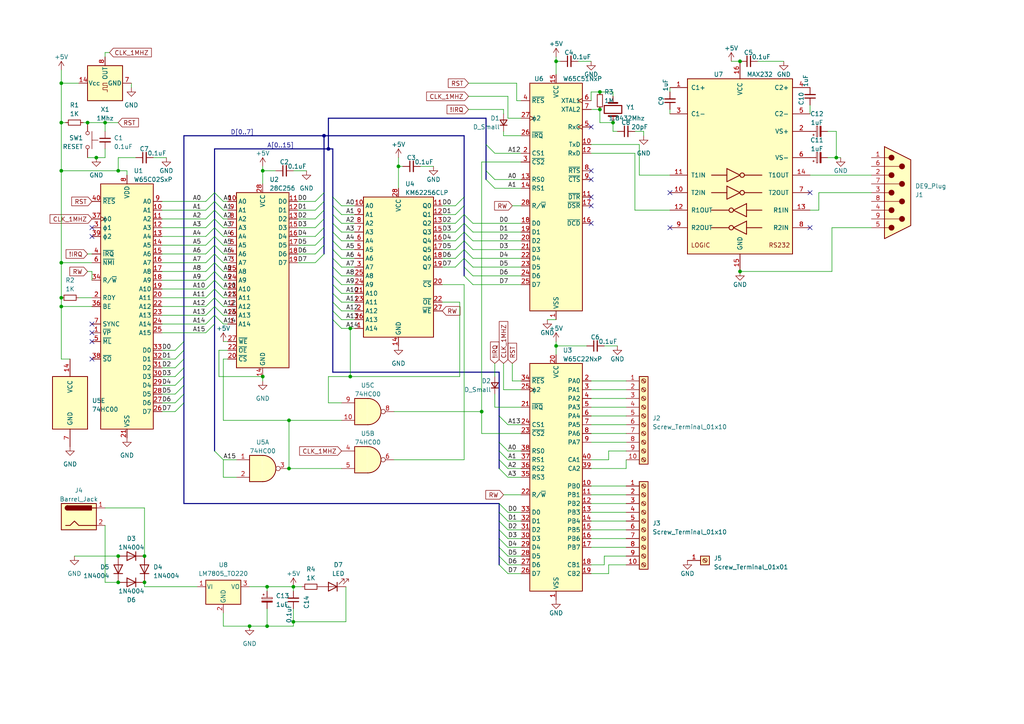
<source format=kicad_sch>
(kicad_sch (version 20230121) (generator eeschema)
  (paper "A4")
  (lib_symbols
    (symbol "65xx-library:W65C02SxP"
      (property "Reference" "U" (at 2.54 40.64 0))
      (property "Value" "W65C02SxP" (at 2.54 38.1 0))
      (symbol "W65C02SxP_1_1"
        (pin output line (at -10.16 -7.62 0) (length 2.54) (name "~{VP}") (number "1"))
        (pin tri_state line (at 10.16 27.94 180) (length 2.54) (name "A1") (number "10"))
        (pin tri_state line (at 10.16 25.4 180) (length 2.54) (name "A2") (number "11"))
        (pin tri_state line (at 10.16 22.86 180) (length 2.54) (name "A3") (number "12"))
        (pin tri_state line (at 10.16 20.32 180) (length 2.54) (name "A4") (number "13"))
        (pin tri_state line (at 10.16 17.78 180) (length 2.54) (name "A5") (number "14"))
        (pin tri_state line (at 10.16 15.24 180) (length 2.54) (name "A6") (number "15"))
        (pin tri_state line (at 10.16 12.7 180) (length 2.54) (name "A7") (number "16"))
        (pin tri_state line (at 10.16 10.16 180) (length 2.54) (name "A8") (number "17"))
        (pin tri_state line (at 10.16 7.62 180) (length 2.54) (name "A9") (number "18"))
        (pin tri_state line (at 10.16 5.08 180) (length 2.54) (name "A10") (number "19"))
        (pin open_collector line (at -10.16 2.54 0) (length 2.54) (name "RDY") (number "2"))
        (pin tri_state line (at 10.16 2.54 180) (length 2.54) (name "A11") (number "20"))
        (pin power_in line (at 0 -38.1 90) (length 2.54) (name "VSS") (number "21"))
        (pin tri_state line (at 10.16 0 180) (length 2.54) (name "A12") (number "22"))
        (pin tri_state line (at 10.16 -2.54 180) (length 2.54) (name "A13") (number "23"))
        (pin tri_state line (at 10.16 -5.08 180) (length 2.54) (name "A14") (number "24"))
        (pin tri_state line (at 10.16 -7.62 180) (length 2.54) (name "A15") (number "25"))
        (pin bidirectional line (at 10.16 -30.48 180) (length 2.54) (name "D7") (number "26"))
        (pin bidirectional line (at 10.16 -27.94 180) (length 2.54) (name "D6") (number "27"))
        (pin bidirectional line (at 10.16 -25.4 180) (length 2.54) (name "D5") (number "28"))
        (pin bidirectional line (at 10.16 -22.86 180) (length 2.54) (name "D4") (number "29"))
        (pin output line (at -10.16 22.86 0) (length 2.54) (name "ϕ1") (number "3"))
        (pin bidirectional line (at 10.16 -20.32 180) (length 2.54) (name "D3") (number "30"))
        (pin bidirectional line (at 10.16 -17.78 180) (length 2.54) (name "D2") (number "31"))
        (pin bidirectional line (at 10.16 -15.24 180) (length 2.54) (name "D1") (number "32"))
        (pin bidirectional line (at 10.16 -12.7 180) (length 2.54) (name "D0") (number "33"))
        (pin tri_state line (at -10.16 7.62 0) (length 2.54) (name "R/~{W}") (number "34"))
        (pin no_connect non_logic (at -7.62 -30.48 0) (length 2.54) hide (name "nc") (number "35"))
        (pin input line (at -10.16 0 0) (length 2.54) (name "BE") (number "36"))
        (pin input clock (at -10.16 25.4 0) (length 2.54) (name "ϕ0") (number "37"))
        (pin input line (at -10.16 -15.24 0) (length 2.54) (name "~{SO}") (number "38"))
        (pin output line (at -10.16 20.32 0) (length 2.54) (name "ϕ2") (number "39"))
        (pin input line (at -10.16 15.24 0) (length 2.54) (name "~{IRQ}") (number "4"))
        (pin input line (at -10.16 30.48 0) (length 2.54) (name "~{RES}") (number "40"))
        (pin output line (at -10.16 -10.16 0) (length 2.54) (name "~{ML}") (number "5"))
        (pin input line (at -10.16 12.7 0) (length 2.54) (name "~{NMI}") (number "6"))
        (pin output line (at -10.16 -5.08 0) (length 2.54) (name "SYNC") (number "7"))
        (pin power_in line (at 0 38.1 270) (length 2.54) (name "VDD") (number "8"))
        (pin tri_state line (at 10.16 30.48 180) (length 2.54) (name "A0") (number "9"))
      )
    )
    (symbol "65xx-library:W65C22NxP"
      (property "Reference" "U" (at 2.54 38.1 0))
      (property "Value" "W65C22NxP" (at 2.54 35.56 0))
      (symbol "W65C22NxP_1_1"
        (pin power_in line (at 0 -35.56 90) (length 2.54) (name "VSS") (number "1"))
        (pin bidirectional line (at 10.16 -2.54 180) (length 2.54) (name "PB0") (number "10"))
        (pin bidirectional line (at 10.16 -5.08 180) (length 2.54) (name "PB1") (number "11"))
        (pin bidirectional line (at 10.16 -7.62 180) (length 2.54) (name "PB2") (number "12"))
        (pin bidirectional line (at 10.16 -10.16 180) (length 2.54) (name "PB3") (number "13"))
        (pin bidirectional line (at 10.16 -12.7 180) (length 2.54) (name "PB4") (number "14"))
        (pin bidirectional line (at 10.16 -15.24 180) (length 2.54) (name "PB5") (number "15"))
        (pin bidirectional line (at 10.16 -17.78 180) (length 2.54) (name "PB6") (number "16"))
        (pin bidirectional line (at 10.16 -20.32 180) (length 2.54) (name "PB7") (number "17"))
        (pin input line (at 10.16 -25.4 180) (length 2.54) (name "CB1") (number "18"))
        (pin bidirectional line (at 10.16 -27.94 180) (length 2.54) (name "CB2") (number "19"))
        (pin bidirectional line (at 10.16 27.94 180) (length 2.54) (name "PA0") (number "2"))
        (pin power_in line (at 0 35.56 270) (length 2.54) (name "VCC") (number "20"))
        (pin open_collector line (at -10.16 20.32 0) (length 2.54) (name "~{IRQ}") (number "21"))
        (pin input line (at -10.16 -5.08 0) (length 2.54) (name "R/~{W}") (number "22"))
        (pin input line (at -10.16 12.7 0) (length 2.54) (name "~{CS2}") (number "23"))
        (pin input line (at -10.16 15.24 0) (length 2.54) (name "CS1") (number "24"))
        (pin input clock (at -10.16 25.4 0) (length 2.54) (name "ϕ2") (number "25"))
        (pin bidirectional line (at -10.16 -27.94 0) (length 2.54) (name "D7") (number "26"))
        (pin bidirectional line (at -10.16 -25.4 0) (length 2.54) (name "D6") (number "27"))
        (pin bidirectional line (at -10.16 -22.86 0) (length 2.54) (name "D5") (number "28"))
        (pin bidirectional line (at -10.16 -20.32 0) (length 2.54) (name "D4") (number "29"))
        (pin bidirectional line (at 10.16 25.4 180) (length 2.54) (name "PA1") (number "3"))
        (pin bidirectional line (at -10.16 -17.78 0) (length 2.54) (name "D3") (number "30"))
        (pin bidirectional line (at -10.16 -15.24 0) (length 2.54) (name "D2") (number "31"))
        (pin bidirectional line (at -10.16 -12.7 0) (length 2.54) (name "D1") (number "32"))
        (pin bidirectional line (at -10.16 -10.16 0) (length 2.54) (name "D0") (number "33"))
        (pin input line (at -10.16 27.94 0) (length 2.54) (name "~{RES}") (number "34"))
        (pin input line (at -10.16 0 0) (length 2.54) (name "RS3") (number "35"))
        (pin input line (at -10.16 2.54 0) (length 2.54) (name "RS2") (number "36"))
        (pin input line (at -10.16 5.08 0) (length 2.54) (name "RS1") (number "37"))
        (pin input line (at -10.16 7.62 0) (length 2.54) (name "RS0") (number "38"))
        (pin bidirectional line (at 10.16 2.54 180) (length 2.54) (name "CA2") (number "39"))
        (pin bidirectional line (at 10.16 22.86 180) (length 2.54) (name "PA2") (number "4"))
        (pin input line (at 10.16 5.08 180) (length 2.54) (name "CA1") (number "40"))
        (pin bidirectional line (at 10.16 20.32 180) (length 2.54) (name "PA3") (number "5"))
        (pin bidirectional line (at 10.16 17.78 180) (length 2.54) (name "PA4") (number "6"))
        (pin bidirectional line (at 10.16 15.24 180) (length 2.54) (name "PA5") (number "7"))
        (pin bidirectional line (at 10.16 12.7 180) (length 2.54) (name "PA6") (number "8"))
        (pin bidirectional line (at 10.16 10.16 180) (length 2.54) (name "PA7") (number "9"))
      )
    )
    (symbol "65xx-library:W65C51NxP"
      (property "Reference" "U" (at 2.54 38.1 0))
      (property "Value" "W65C51NxP" (at 2.54 35.56 0))
      (symbol "W65C51NxP_1_1"
        (pin power_in line (at 0 -35.56 90) (length 2.54) (name "VSS") (number "1"))
        (pin output line (at 10.16 15.24 180) (length 2.54) (name "TxD") (number "10"))
        (pin output line (at 10.16 0 180) (length 2.54) (name "~{DTR}") (number "11"))
        (pin input line (at 10.16 12.7 180) (length 2.54) (name "RxD") (number "12"))
        (pin input line (at -10.16 5.08 0) (length 2.54) (name "RS0") (number "13"))
        (pin input line (at -10.16 2.54 0) (length 2.54) (name "RS1") (number "14"))
        (pin power_in line (at 0 35.56 270) (length 2.54) (name "VCC") (number "15"))
        (pin input line (at 10.16 -7.62 180) (length 2.54) (name "~{DCD}") (number "16"))
        (pin input line (at 10.16 -2.54 180) (length 2.54) (name "~{DSR}") (number "17"))
        (pin bidirectional line (at -10.16 -7.62 0) (length 2.54) (name "D0") (number "18"))
        (pin bidirectional line (at -10.16 -10.16 0) (length 2.54) (name "D1") (number "19"))
        (pin input line (at -10.16 12.7 0) (length 2.54) (name "CS1") (number "2"))
        (pin bidirectional line (at -10.16 -12.7 0) (length 2.54) (name "D2") (number "20"))
        (pin bidirectional line (at -10.16 -15.24 0) (length 2.54) (name "D3") (number "21"))
        (pin bidirectional line (at -10.16 -17.78 0) (length 2.54) (name "D4") (number "22"))
        (pin bidirectional line (at -10.16 -20.32 0) (length 2.54) (name "D5") (number "23"))
        (pin bidirectional line (at -10.16 -22.86 0) (length 2.54) (name "D6") (number "24"))
        (pin bidirectional line (at -10.16 -25.4 0) (length 2.54) (name "D7") (number "25"))
        (pin open_collector line (at -10.16 17.78 0) (length 2.54) (name "~{IRQ}") (number "26"))
        (pin input clock (at -10.16 22.86 0) (length 2.54) (name "ϕ2") (number "27"))
        (pin input line (at -10.16 -2.54 0) (length 2.54) (name "R/~{W}") (number "28"))
        (pin input line (at -10.16 10.16 0) (length 2.54) (name "~{CS2}") (number "3"))
        (pin input line (at -10.16 27.94 0) (length 2.54) (name "~{RES}") (number "4"))
        (pin bidirectional clock (at 10.16 20.32 180) (length 2.54) (name "RxC") (number "5"))
        (pin input clock (at 10.16 27.94 180) (length 2.54) (name "XTAL1") (number "6"))
        (pin output line (at 10.16 25.4 180) (length 2.54) (name "XTAL2") (number "7"))
        (pin output line (at 10.16 7.62 180) (length 2.54) (name "~{RTS}") (number "8"))
        (pin input line (at 10.16 5.08 180) (length 2.54) (name "~{CTS}") (number "9"))
      )
    )
    (symbol "74xx:74HC00" (pin_names (offset 1.016))
      (property "Reference" "U" (at 0 1.27 0))
      (property "Value" "74HC00" (at 0 -1.27 0))
      (symbol "74HC00_1_1"
        (pin input line (at -7.62 2.54 0) (length 3.81) (name "~") (number "1"))
        (pin input line (at -7.62 -2.54 0) (length 3.81) (name "~") (number "2"))
        (pin output inverted (at 7.62 0 180) (length 3.81) (name "~") (number "3"))
      )
      (symbol "74HC00_1_2"
        (pin input inverted (at -7.62 2.54 0) (length 4.318) (name "~") (number "1"))
        (pin input inverted (at -7.62 -2.54 0) (length 4.318) (name "~") (number "2"))
        (pin output line (at 7.62 0 180) (length 3.81) (name "~") (number "3"))
      )
      (symbol "74HC00_2_1"
        (pin input line (at -7.62 2.54 0) (length 3.81) (name "~") (number "4"))
        (pin input line (at -7.62 -2.54 0) (length 3.81) (name "~") (number "5"))
        (pin output inverted (at 7.62 0 180) (length 3.81) (name "~") (number "6"))
      )
      (symbol "74HC00_2_2"
        (pin input inverted (at -7.62 2.54 0) (length 4.318) (name "~") (number "4"))
        (pin input inverted (at -7.62 -2.54 0) (length 4.318) (name "~") (number "5"))
        (pin output line (at 7.62 0 180) (length 3.81) (name "~") (number "6"))
      )
      (symbol "74HC00_3_1"
        (pin input line (at -7.62 -2.54 0) (length 3.81) (name "~") (number "10"))
        (pin output inverted (at 7.62 0 180) (length 3.81) (name "~") (number "8"))
        (pin input line (at -7.62 2.54 0) (length 3.81) (name "~") (number "9"))
      )
      (symbol "74HC00_3_2"
        (pin input inverted (at -7.62 -2.54 0) (length 4.318) (name "~") (number "10"))
        (pin output line (at 7.62 0 180) (length 3.81) (name "~") (number "8"))
        (pin input inverted (at -7.62 2.54 0) (length 4.318) (name "~") (number "9"))
      )
      (symbol "74HC00_4_1"
        (pin output inverted (at 7.62 0 180) (length 3.81) (name "~") (number "11"))
        (pin input line (at -7.62 2.54 0) (length 3.81) (name "~") (number "12"))
        (pin input line (at -7.62 -2.54 0) (length 3.81) (name "~") (number "13"))
      )
      (symbol "74HC00_4_2"
        (pin output line (at 7.62 0 180) (length 3.81) (name "~") (number "11"))
        (pin input inverted (at -7.62 2.54 0) (length 4.318) (name "~") (number "12"))
        (pin input inverted (at -7.62 -2.54 0) (length 4.318) (name "~") (number "13"))
      )
      (symbol "74HC00_5_0"
        (pin power_in line (at 0 12.7 270) (length 5.08) (name "VCC") (number "14"))
        (pin power_in line (at 0 -12.7 90) (length 5.08) (name "GND") (number "7"))
      )
    )
    (symbol "Connector:Barrel_Jack" (pin_names (offset 1.016))
      (property "Reference" "J" (at 0 5.334 0))
      (property "Value" "Barrel_Jack" (at 0 -5.08 0))
      (symbol "Barrel_Jack_1_1"
        (pin passive line (at 7.62 2.54 180) (length 2.54) (name "~") (number "1"))
        (pin passive line (at 7.62 -2.54 180) (length 2.54) (name "~") (number "2"))
      )
    )
    (symbol "Connector:DE9_Plug" (pin_names (offset 1.016) hide)
      (property "Reference" "J" (at 0 13.97 0))
      (property "Value" "DE9_Plug" (at 0 -14.605 0))
      (symbol "DE9_Plug_1_1"
        (pin passive line (at -7.62 -10.16 0) (length 3.81) (name "1") (number "1"))
        (pin passive line (at -7.62 -5.08 0) (length 3.81) (name "2") (number "2"))
        (pin passive line (at -7.62 0 0) (length 3.81) (name "3") (number "3"))
        (pin passive line (at -7.62 5.08 0) (length 3.81) (name "4") (number "4"))
        (pin passive line (at -7.62 10.16 0) (length 3.81) (name "5") (number "5"))
        (pin passive line (at -7.62 -7.62 0) (length 3.81) (name "6") (number "6"))
        (pin passive line (at -7.62 -2.54 0) (length 3.81) (name "7") (number "7"))
        (pin passive line (at -7.62 2.54 0) (length 3.81) (name "8") (number "8"))
        (pin passive line (at -7.62 7.62 0) (length 3.81) (name "9") (number "9"))
      )
    )
    (symbol "Connector:Screw_Terminal_01x01" (pin_names (offset 1.016) hide)
      (property "Reference" "J" (at 0 2.54 0))
      (property "Value" "Screw_Terminal_01x01" (at 0 -2.54 0))
      (symbol "Screw_Terminal_01x01_1_1"
        (pin passive line (at -5.08 0 0) (length 3.81) (name "Pin_1") (number "1"))
      )
    )
    (symbol "Connector:Screw_Terminal_01x10" (pin_names (offset 1.016) hide)
      (property "Reference" "J" (at 0 12.7 0))
      (property "Value" "Screw_Terminal_01x10" (at 0 -15.24 0))
      (symbol "Screw_Terminal_01x10_1_1"
        (pin passive line (at -5.08 10.16 0) (length 3.81) (name "Pin_1") (number "1"))
        (pin passive line (at -5.08 -12.7 0) (length 3.81) (name "Pin_10") (number "10"))
        (pin passive line (at -5.08 7.62 0) (length 3.81) (name "Pin_2") (number "2"))
        (pin passive line (at -5.08 5.08 0) (length 3.81) (name "Pin_3") (number "3"))
        (pin passive line (at -5.08 2.54 0) (length 3.81) (name "Pin_4") (number "4"))
        (pin passive line (at -5.08 0 0) (length 3.81) (name "Pin_5") (number "5"))
        (pin passive line (at -5.08 -2.54 0) (length 3.81) (name "Pin_6") (number "6"))
        (pin passive line (at -5.08 -5.08 0) (length 3.81) (name "Pin_7") (number "7"))
        (pin passive line (at -5.08 -7.62 0) (length 3.81) (name "Pin_8") (number "8"))
        (pin passive line (at -5.08 -10.16 0) (length 3.81) (name "Pin_9") (number "9"))
      )
    )
    (symbol "Device:C_Polarized_Small" (pin_numbers hide) (pin_names (offset 0.254) hide)
      (property "Reference" "C" (at 0.254 1.778 0))
      (property "Value" "C_Polarized_Small" (at 0.254 -2.032 0))
      (symbol "C_Polarized_Small_1_1"
        (pin passive line (at 0 2.54 270) (length 1.8542) (name "~") (number "1"))
        (pin passive line (at 0 -2.54 90) (length 1.8542) (name "~") (number "2"))
      )
    )
    (symbol "Device:C_Small" (pin_numbers hide) (pin_names (offset 0.254) hide)
      (property "Reference" "C" (at 0.254 1.778 0))
      (property "Value" "C_Small" (at 0.254 -2.032 0))
      (symbol "C_Small_1_1"
        (pin passive line (at 0 2.54 270) (length 2.032) (name "~") (number "1"))
        (pin passive line (at 0 -2.54 90) (length 2.032) (name "~") (number "2"))
      )
    )
    (symbol "Device:Crystal" (pin_numbers hide) (pin_names (offset 1.016) hide)
      (property "Reference" "Y" (at 0 3.81 0))
      (property "Value" "Crystal" (at 0 -3.81 0))
      (symbol "Crystal_1_1"
        (pin passive line (at -3.81 0 0) (length 1.27) (name "1") (number "1"))
        (pin passive line (at 3.81 0 180) (length 1.27) (name "2") (number "2"))
      )
    )
    (symbol "Device:D_Small" (pin_numbers hide) (pin_names (offset 0.254) hide)
      (property "Reference" "D" (at -1.27 2.032 0))
      (property "Value" "D_Small" (at -3.81 -2.032 0))
      (symbol "D_Small_1_1"
        (pin passive line (at -2.54 0 0) (length 1.778) (name "K") (number "1"))
        (pin passive line (at 2.54 0 180) (length 1.778) (name "A") (number "2"))
      )
    )
    (symbol "Device:LED" (pin_numbers hide) (pin_names (offset 1.016) hide)
      (property "Reference" "D" (at 0 2.54 0))
      (property "Value" "LED" (at 0 -2.54 0))
      (symbol "LED_1_1"
        (pin passive line (at -3.81 0 0) (length 2.54) (name "K") (number "1"))
        (pin passive line (at 3.81 0 180) (length 2.54) (name "A") (number "2"))
      )
    )
    (symbol "Device:R_Small" (pin_numbers hide) (pin_names (offset 0.254) hide)
      (property "Reference" "R" (at 0.762 0.508 0))
      (property "Value" "R_Small" (at 0.762 -1.016 0))
      (symbol "R_Small_1_1"
        (pin passive line (at 0 2.54 270) (length 0.762) (name "~") (number "1"))
        (pin passive line (at 0 -2.54 90) (length 0.762) (name "~") (number "2"))
      )
    )
    (symbol "Diode:1N4004" (pin_numbers hide) (pin_names hide)
      (property "Reference" "D" (at 0 2.54 0))
      (property "Value" "1N4004" (at 0 -2.54 0))
      (symbol "1N4004_1_1"
        (pin passive line (at -3.81 0 0) (length 2.54) (name "K") (number "1"))
        (pin passive line (at 3.81 0 180) (length 2.54) (name "A") (number "2"))
      )
    )
    (symbol "Interface_UART:MAX232" (pin_names (offset 1.016))
      (property "Reference" "U" (at -2.54 28.575 0))
      (property "Value" "MAX232" (at -2.54 26.67 0))
      (symbol "MAX232_0_0"
        (text "LOGIC" (at -11.43 -22.86 0) (effects (font (size 1.27 1.27))))
        (text "RS232" (at 11.43 -22.86 0) (effects (font (size 1.27 1.27))))
      )
      (symbol "MAX232_1_1"
        (pin passive line (at -20.32 22.86 0) (length 5.08) (name "C1+") (number "1"))
        (pin input line (at -20.32 -7.62 0) (length 5.08) (name "T2IN") (number "10"))
        (pin input line (at -20.32 -2.54 0) (length 5.08) (name "T1IN") (number "11"))
        (pin output line (at -20.32 -12.7 0) (length 5.08) (name "R1OUT") (number "12"))
        (pin input line (at 20.32 -12.7 180) (length 5.08) (name "R1IN") (number "13"))
        (pin output line (at 20.32 -2.54 180) (length 5.08) (name "T1OUT") (number "14"))
        (pin power_in line (at 0 -30.48 90) (length 5.08) (name "GND") (number "15"))
        (pin power_in line (at 0 30.48 270) (length 5.08) (name "VCC") (number "16"))
        (pin power_out line (at 20.32 10.16 180) (length 5.08) (name "VS+") (number "2"))
        (pin passive line (at -20.32 15.24 0) (length 5.08) (name "C1-") (number "3"))
        (pin passive line (at 20.32 22.86 180) (length 5.08) (name "C2+") (number "4"))
        (pin passive line (at 20.32 15.24 180) (length 5.08) (name "C2-") (number "5"))
        (pin power_out line (at 20.32 2.54 180) (length 5.08) (name "VS-") (number "6"))
        (pin output line (at 20.32 -7.62 180) (length 5.08) (name "T2OUT") (number "7"))
        (pin input line (at 20.32 -17.78 180) (length 5.08) (name "R2IN") (number "8"))
        (pin output line (at -20.32 -17.78 0) (length 5.08) (name "R2OUT") (number "9"))
      )
    )
    (symbol "Memory_EEPROM:28C256"
      (property "Reference" "U" (at -7.62 26.67 0))
      (property "Value" "28C256" (at 2.54 -26.67 0))
      (symbol "28C256_1_1"
        (pin input line (at -10.16 -12.7 0) (length 2.54) (name "A14") (number "1"))
        (pin input line (at -10.16 22.86 0) (length 2.54) (name "A0") (number "10"))
        (pin tri_state line (at 10.16 22.86 180) (length 2.54) (name "D0") (number "11"))
        (pin tri_state line (at 10.16 20.32 180) (length 2.54) (name "D1") (number "12"))
        (pin tri_state line (at 10.16 17.78 180) (length 2.54) (name "D2") (number "13"))
        (pin power_in line (at 0 -27.94 90) (length 2.54) (name "GND") (number "14"))
        (pin tri_state line (at 10.16 15.24 180) (length 2.54) (name "D3") (number "15"))
        (pin tri_state line (at 10.16 12.7 180) (length 2.54) (name "D4") (number "16"))
        (pin tri_state line (at 10.16 10.16 180) (length 2.54) (name "D5") (number "17"))
        (pin tri_state line (at 10.16 7.62 180) (length 2.54) (name "D6") (number "18"))
        (pin tri_state line (at 10.16 5.08 180) (length 2.54) (name "D7") (number "19"))
        (pin input line (at -10.16 -7.62 0) (length 2.54) (name "A12") (number "2"))
        (pin input line (at -10.16 -22.86 0) (length 2.54) (name "~{CS}") (number "20"))
        (pin input line (at -10.16 -2.54 0) (length 2.54) (name "A10") (number "21"))
        (pin input line (at -10.16 -20.32 0) (length 2.54) (name "~{OE}") (number "22"))
        (pin input line (at -10.16 -5.08 0) (length 2.54) (name "A11") (number "23"))
        (pin input line (at -10.16 0 0) (length 2.54) (name "A9") (number "24"))
        (pin input line (at -10.16 2.54 0) (length 2.54) (name "A8") (number "25"))
        (pin input line (at -10.16 -10.16 0) (length 2.54) (name "A13") (number "26"))
        (pin input line (at -10.16 -17.78 0) (length 2.54) (name "~{WE}") (number "27"))
        (pin power_in line (at 0 27.94 270) (length 2.54) (name "VCC") (number "28"))
        (pin input line (at -10.16 5.08 0) (length 2.54) (name "A7") (number "3"))
        (pin input line (at -10.16 7.62 0) (length 2.54) (name "A6") (number "4"))
        (pin input line (at -10.16 10.16 0) (length 2.54) (name "A5") (number "5"))
        (pin input line (at -10.16 12.7 0) (length 2.54) (name "A4") (number "6"))
        (pin input line (at -10.16 15.24 0) (length 2.54) (name "A3") (number "7"))
        (pin input line (at -10.16 17.78 0) (length 2.54) (name "A2") (number "8"))
        (pin input line (at -10.16 20.32 0) (length 2.54) (name "A1") (number "9"))
      )
    )
    (symbol "Memory_RAM:KM62256CLP"
      (property "Reference" "U" (at -10.16 20.955 0))
      (property "Value" "KM62256CLP" (at 2.54 20.955 0))
      (symbol "KM62256CLP_0_0"
        (pin power_in line (at 0 -22.86 90) (length 2.54) (name "GND") (number "14"))
        (pin power_in line (at 0 22.86 270) (length 2.54) (name "VCC") (number "28"))
      )
      (symbol "KM62256CLP_1_1"
        (pin input line (at -12.7 -17.78 0) (length 2.54) (name "A14") (number "1"))
        (pin input line (at -12.7 17.78 0) (length 2.54) (name "A0") (number "10"))
        (pin tri_state line (at 12.7 17.78 180) (length 2.54) (name "Q0") (number "11"))
        (pin tri_state line (at 12.7 15.24 180) (length 2.54) (name "Q1") (number "12"))
        (pin tri_state line (at 12.7 12.7 180) (length 2.54) (name "Q2") (number "13"))
        (pin tri_state line (at 12.7 10.16 180) (length 2.54) (name "Q3") (number "15"))
        (pin tri_state line (at 12.7 7.62 180) (length 2.54) (name "Q4") (number "16"))
        (pin tri_state line (at 12.7 5.08 180) (length 2.54) (name "Q5") (number "17"))
        (pin tri_state line (at 12.7 2.54 180) (length 2.54) (name "Q6") (number "18"))
        (pin tri_state line (at 12.7 0 180) (length 2.54) (name "Q7") (number "19"))
        (pin input line (at -12.7 -12.7 0) (length 2.54) (name "A12") (number "2"))
        (pin input line (at 12.7 -5.08 180) (length 2.54) (name "~{CS}") (number "20"))
        (pin input line (at -12.7 -7.62 0) (length 2.54) (name "A10") (number "21"))
        (pin input line (at 12.7 -10.16 180) (length 2.54) (name "~{OE}") (number "22"))
        (pin input line (at -12.7 -10.16 0) (length 2.54) (name "A11") (number "23"))
        (pin input line (at -12.7 -5.08 0) (length 2.54) (name "A9") (number "24"))
        (pin input line (at -12.7 -2.54 0) (length 2.54) (name "A8") (number "25"))
        (pin input line (at -12.7 -15.24 0) (length 2.54) (name "A13") (number "26"))
        (pin input line (at 12.7 -12.7 180) (length 2.54) (name "~{WE}") (number "27"))
        (pin input line (at -12.7 0 0) (length 2.54) (name "A7") (number "3"))
        (pin input line (at -12.7 2.54 0) (length 2.54) (name "A6") (number "4"))
        (pin input line (at -12.7 5.08 0) (length 2.54) (name "A5") (number "5"))
        (pin input line (at -12.7 7.62 0) (length 2.54) (name "A4") (number "6"))
        (pin input line (at -12.7 10.16 0) (length 2.54) (name "A3") (number "7"))
        (pin input line (at -12.7 12.7 0) (length 2.54) (name "A2") (number "8"))
        (pin input line (at -12.7 15.24 0) (length 2.54) (name "A1") (number "9"))
      )
    )
    (symbol "Oscillator:ACO-xxxMHz" (pin_names (offset 0.254))
      (property "Reference" "X" (at -5.08 6.35 0))
      (property "Value" "ACO-xxxMHz" (at 1.27 -6.35 0))
      (symbol "ACO-xxxMHz_1_1"
        (pin no_connect line (at -5.08 2.54 0) (length 2.54) hide (name "NC") (number "1"))
        (pin power_in line (at 0 7.62 270) (length 2.54) (name "Vcc") (number "14"))
        (pin power_in line (at 0 -7.62 90) (length 2.54) (name "GND") (number "7"))
        (pin output line (at 7.62 0 180) (length 2.54) (name "OUT") (number "8"))
      )
    )
    (symbol "Regulator_Linear:LM7805_TO220" (pin_names (offset 0.254))
      (property "Reference" "U" (at -3.81 3.175 0))
      (property "Value" "LM7805_TO220" (at 0 3.175 0))
      (symbol "LM7805_TO220_1_1"
        (pin power_in line (at -7.62 0 0) (length 2.54) (name "VI") (number "1"))
        (pin power_in line (at 0 -7.62 90) (length 2.54) (name "GND") (number "2"))
        (pin power_out line (at 7.62 0 180) (length 2.54) (name "VO") (number "3"))
      )
    )
    (symbol "Switch:SW_Push" (pin_numbers hide) (pin_names (offset 1.016) hide)
      (property "Reference" "SW" (at 1.27 2.54 0))
      (property "Value" "SW_Push" (at 0 -1.524 0))
      (symbol "SW_Push_0_1"
        (pin passive line (at -5.08 0 0) (length 2.54) (name "1") (number "1"))
        (pin passive line (at 5.08 0 180) (length 2.54) (name "2") (number "2"))
      )
    )
    (symbol "power:+5V" (power) (pin_names (offset 0))
      (property "Value" "+5V" (at 0 3.556 0))
      (symbol "+5V_1_1"
        (pin power_in line (at 0 0 90) (length 0) hide (name "+5V") (number "1"))
      )
    )
    (symbol "power:GND" (power) (pin_names (offset 0))
      (property "Value" "GND" (at 0 -3.81 0))
      (symbol "GND_1_1"
        (pin power_in line (at 0 0 270) (length 0) hide (name "GND") (number "1"))
      )
    )
  )
  (junction (at 95.25 43.18))
  (junction (at 101.6 95.25))
  (junction (at 85.09 170.18))
  (junction (at 17.78 88.9))
  (junction (at 34.29 161.29))
  (junction (at 17.78 24.13))
  (junction (at 41.91 168.91))
  (junction (at 214.63 78.74))
  (junction (at 30.48 35.56))
  (junction (at 41.91 161.29))
  (junction (at 214.63 17.78))
  (junction (at 101.6 109.22))
  (junction (at 25.4 35.56))
  (junction (at 173.99 31.75))
  (junction (at 76.2 109.22))
  (junction (at 85.09 180.34))
  (junction (at 77.47 170.18))
  (junction (at 139.7 119.38))
  (junction (at 173.99 26.67))
  (junction (at 83.82 135.89))
  (junction (at 34.29 49.53))
  (junction (at 72.39 181.61))
  (junction (at 17.78 35.56))
  (junction (at 242.57 45.72))
  (junction (at 34.29 168.91))
  (junction (at 93.98 39.37))
  (junction (at 177.8 35.56))
  (junction (at 27.94 45.72))
  (junction (at 161.29 100.33))
  (junction (at 115.57 48.26))
  (junction (at 77.47 181.61))
  (junction (at 76.2 49.53))
  (junction (at 17.78 86.36))
  (junction (at 161.29 17.78))
  (junction (at 17.78 76.2))
  (junction (at 83.82 121.92))
  (junction (at 17.78 49.53))
  (no_connect (at 26.67 68.58))
  (no_connect (at 26.67 104.14))
  (no_connect (at 171.45 49.53))
  (no_connect (at 26.67 96.52))
  (no_connect (at 171.45 57.15))
  (no_connect (at 26.67 66.04))
  (no_connect (at 171.45 52.07))
  (no_connect (at 194.31 66.04))
  (no_connect (at 26.67 93.98))
  (no_connect (at 26.67 99.06))
  (no_connect (at 171.45 36.83))
  (no_connect (at 171.45 59.69))
  (no_connect (at 234.95 66.04))
  (no_connect (at 171.45 64.77))
  (no_connect (at 194.31 55.88))
  (no_connect (at 234.95 55.88))
  (bus_entry (at 62.23 71.12) (size 2.54 2.54))
  (bus_entry (at 62.23 78.74) (size -2.54 2.54))
  (bus_entry (at 93.98 60.96) (size -2.54 2.54))
  (bus_entry (at 96.52 62.23) (size 2.54 2.54))
  (bus_entry (at 53.34 114.3) (size -2.54 2.54))
  (bus_entry (at 134.62 59.69) (size -2.54 2.54))
  (bus_entry (at 62.23 55.88) (size -2.54 2.54))
  (bus_entry (at 53.34 104.14) (size -2.54 2.54))
  (bus_entry (at 93.98 68.58) (size -2.54 2.54))
  (bus_entry (at 62.23 63.5) (size 2.54 2.54))
  (bus_entry (at 62.23 68.58) (size -2.54 2.54))
  (bus_entry (at 134.62 62.23) (size 2.54 2.54))
  (bus_entry (at 144.78 158.75) (size 2.54 2.54))
  (bus_entry (at 96.52 92.71) (size 2.54 2.54))
  (bus_entry (at 140.97 41.91) (size 2.54 2.54))
  (bus_entry (at 62.23 83.82) (size 2.54 2.54))
  (bus_entry (at 96.52 80.01) (size 2.54 2.54))
  (bus_entry (at 62.23 78.74) (size 2.54 2.54))
  (bus_entry (at 62.23 63.5) (size -2.54 2.54))
  (bus_entry (at 62.23 88.9) (size 2.54 2.54))
  (bus_entry (at 93.98 63.5) (size -2.54 2.54))
  (bus_entry (at 96.52 74.93) (size 2.54 2.54))
  (bus_entry (at 96.52 85.09) (size 2.54 2.54))
  (bus_entry (at 62.23 73.66) (size -2.54 2.54))
  (bus_entry (at 62.23 130.81) (size 2.54 2.54))
  (bus_entry (at 62.23 86.36) (size -2.54 2.54))
  (bus_entry (at 62.23 91.44) (size -2.54 2.54))
  (bus_entry (at 93.98 55.88) (size -2.54 2.54))
  (bus_entry (at 96.52 67.31) (size 2.54 2.54))
  (bus_entry (at 62.23 71.12) (size -2.54 2.54))
  (bus_entry (at 62.23 88.9) (size -2.54 2.54))
  (bus_entry (at 96.52 57.15) (size 2.54 2.54))
  (bus_entry (at 93.98 71.12) (size -2.54 2.54))
  (bus_entry (at 62.23 60.96) (size 2.54 2.54))
  (bus_entry (at 62.23 86.36) (size 2.54 2.54))
  (bus_entry (at 62.23 58.42) (size 2.54 2.54))
  (bus_entry (at 134.62 62.23) (size -2.54 2.54))
  (bus_entry (at 62.23 91.44) (size 2.54 2.54))
  (bus_entry (at 134.62 77.47) (size 2.54 2.54))
  (bus_entry (at 134.62 67.31) (size -2.54 2.54))
  (bus_entry (at 53.34 99.06) (size -2.54 2.54))
  (bus_entry (at 140.97 49.53) (size 2.54 2.54))
  (bus_entry (at 62.23 93.98) (size -2.54 2.54))
  (bus_entry (at 96.52 87.63) (size 2.54 2.54))
  (bus_entry (at 134.62 64.77) (size -2.54 2.54))
  (bus_entry (at 62.23 60.96) (size -2.54 2.54))
  (bus_entry (at 53.34 111.76) (size -2.54 2.54))
  (bus_entry (at 96.52 69.85) (size 2.54 2.54))
  (bus_entry (at 144.78 148.59) (size 2.54 2.54))
  (bus_entry (at 62.23 58.42) (size -2.54 2.54))
  (bus_entry (at 62.23 81.28) (size 2.54 2.54))
  (bus_entry (at 96.52 64.77) (size 2.54 2.54))
  (bus_entry (at 144.78 146.05) (size 2.54 2.54))
  (bus_entry (at 134.62 69.85) (size 2.54 2.54))
  (bus_entry (at 144.78 120.65) (size 2.54 2.54))
  (bus_entry (at 96.52 72.39) (size 2.54 2.54))
  (bus_entry (at 53.34 106.68) (size -2.54 2.54))
  (bus_entry (at 96.52 90.17) (size 2.54 2.54))
  (bus_entry (at 144.78 151.13) (size 2.54 2.54))
  (bus_entry (at 144.78 161.29) (size 2.54 2.54))
  (bus_entry (at 134.62 64.77) (size 2.54 2.54))
  (bus_entry (at 144.78 156.21) (size 2.54 2.54))
  (bus_entry (at 53.34 101.6) (size -2.54 2.54))
  (bus_entry (at 134.62 80.01) (size 2.54 2.54))
  (bus_entry (at 96.52 77.47) (size 2.54 2.54))
  (bus_entry (at 93.98 66.04) (size -2.54 2.54))
  (bus_entry (at 144.78 128.27) (size 2.54 2.54))
  (bus_entry (at 62.23 68.58) (size 2.54 2.54))
  (bus_entry (at 144.78 153.67) (size 2.54 2.54))
  (bus_entry (at 134.62 72.39) (size 2.54 2.54))
  (bus_entry (at 134.62 69.85) (size -2.54 2.54))
  (bus_entry (at 134.62 72.39) (size -2.54 2.54))
  (bus_entry (at 140.97 52.07) (size 2.54 2.54))
  (bus_entry (at 96.52 82.55) (size 2.54 2.54))
  (bus_entry (at 93.98 58.42) (size -2.54 2.54))
  (bus_entry (at 134.62 67.31) (size 2.54 2.54))
  (bus_entry (at 144.78 133.35) (size 2.54 2.54))
  (bus_entry (at 62.23 73.66) (size 2.54 2.54))
  (bus_entry (at 144.78 130.81) (size 2.54 2.54))
  (bus_entry (at 53.34 109.22) (size -2.54 2.54))
  (bus_entry (at 62.23 66.04) (size 2.54 2.54))
  (bus_entry (at 62.23 76.2) (size -2.54 2.54))
  (bus_entry (at 134.62 74.93) (size 2.54 2.54))
  (bus_entry (at 62.23 66.04) (size -2.54 2.54))
  (bus_entry (at 62.23 83.82) (size -2.54 2.54))
  (bus_entry (at 144.78 163.83) (size 2.54 2.54))
  (bus_entry (at 62.23 55.88) (size 2.54 2.54))
  (bus_entry (at 93.98 73.66) (size -2.54 2.54))
  (bus_entry (at 134.62 74.93) (size -2.54 2.54))
  (bus_entry (at 62.23 81.28) (size -2.54 2.54))
  (bus_entry (at 134.62 57.15) (size -2.54 2.54))
  (bus_entry (at 62.23 76.2) (size 2.54 2.54))
  (bus_entry (at 144.78 135.89) (size 2.54 2.54))
  (bus_entry (at 53.34 116.84) (size -2.54 2.54))
  (bus_entry (at 96.52 59.69) (size 2.54 2.54))
  (wire (pts (xy 176.53 130.81) (xy 176.53 133.35)))
  (wire (pts (xy 151.13 39.37) (xy 146.05 39.37)))
  (bus (pts (xy 62.23 63.5) (xy 62.23 66.04)))
  (wire (pts (xy 184.15 38.1) (xy 186.69 38.1)))
  (wire (pts (xy 46.99 68.58) (xy 59.69 68.58)))
  (bus (pts (xy 93.98 39.37) (xy 134.62 39.37)))
  (bus (pts (xy 62.23 58.42) (xy 62.23 60.96)))
  (wire (pts (xy 176.53 166.37) (xy 176.53 163.83)))
  (bus (pts (xy 53.34 39.37) (xy 93.98 39.37)))
  (wire (pts (xy 173.99 31.75) (xy 173.99 35.56)))
  (wire (pts (xy 36.83 50.8) (xy 36.83 49.53)))
  (wire (pts (xy 212.09 17.78) (xy 214.63 17.78)))
  (wire (pts (xy 30.48 15.24) (xy 30.48 16.51)))
  (wire (pts (xy 133.35 109.22) (xy 101.6 109.22)))
  (wire (pts (xy 87.63 170.18) (xy 85.09 170.18)))
  (bus (pts (xy 93.98 60.96) (xy 93.98 63.5)))
  (wire (pts (xy 85.09 171.45) (xy 85.09 170.18)))
  (wire (pts (xy 64.77 71.12) (xy 66.04 71.12)))
  (wire (pts (xy 99.06 62.23) (xy 102.87 62.23)))
  (wire (pts (xy 95.25 116.84) (xy 95.25 109.22)))
  (wire (pts (xy 114.3 119.38) (xy 139.7 119.38)))
  (wire (pts (xy 143.51 118.11) (xy 151.13 118.11)))
  (wire (pts (xy 41.91 147.32) (xy 41.91 161.29)))
  (wire (pts (xy 72.39 181.61) (xy 64.77 181.61)))
  (wire (pts (xy 241.3 78.74) (xy 214.63 78.74)))
  (wire (pts (xy 128.27 59.69) (xy 132.08 59.69)))
  (bus (pts (xy 144.78 146.05) (xy 144.78 148.59)))
  (wire (pts (xy 38.1 25.4) (xy 38.1 24.13)))
  (wire (pts (xy 64.77 104.14) (xy 66.04 104.14)))
  (wire (pts (xy 99.06 72.39) (xy 102.87 72.39)))
  (wire (pts (xy 147.32 163.83) (xy 151.13 163.83)))
  (wire (pts (xy 99.06 74.93) (xy 102.87 74.93)))
  (bus (pts (xy 96.52 57.15) (xy 96.52 59.69)))
  (bus (pts (xy 96.52 74.93) (xy 96.52 77.47)))
  (wire (pts (xy 161.29 100.33) (xy 170.18 100.33)))
  (wire (pts (xy 128.27 72.39) (xy 132.08 72.39)))
  (wire (pts (xy 125.73 48.26) (xy 121.92 48.26)))
  (wire (pts (xy 46.99 63.5) (xy 59.69 63.5)))
  (wire (pts (xy 151.13 113.03) (xy 146.05 113.03)))
  (bus (pts (xy 96.52 92.71) (xy 96.52 107.95)))
  (bus (pts (xy 62.23 60.96) (xy 62.23 63.5)))
  (bus (pts (xy 96.52 43.18) (xy 96.52 57.15)))
  (wire (pts (xy 181.61 115.57) (xy 171.45 115.57)))
  (wire (pts (xy 46.99 73.66) (xy 59.69 73.66)))
  (wire (pts (xy 115.57 48.26) (xy 115.57 54.61)))
  (wire (pts (xy 99.06 116.84) (xy 95.25 116.84)))
  (wire (pts (xy 25.4 73.66) (xy 26.67 73.66)))
  (wire (pts (xy 30.48 43.18) (xy 30.48 45.72)))
  (wire (pts (xy 147.32 158.75) (xy 151.13 158.75)))
  (bus (pts (xy 62.23 55.88) (xy 62.23 58.42)))
  (wire (pts (xy 63.5 101.6) (xy 63.5 109.22)))
  (wire (pts (xy 76.2 49.53) (xy 80.01 49.53)))
  (wire (pts (xy 171.45 26.67) (xy 171.45 29.21)))
  (wire (pts (xy 137.16 64.77) (xy 151.13 64.77)))
  (wire (pts (xy 181.61 153.67) (xy 171.45 153.67)))
  (wire (pts (xy 77.47 170.18) (xy 72.39 170.18)))
  (wire (pts (xy 46.99 86.36) (xy 59.69 86.36)))
  (wire (pts (xy 99.06 64.77) (xy 102.87 64.77)))
  (wire (pts (xy 17.78 86.36) (xy 17.78 76.2)))
  (wire (pts (xy 99.06 80.01) (xy 102.87 80.01)))
  (bus (pts (xy 62.23 68.58) (xy 62.23 71.12)))
  (bus (pts (xy 62.23 86.36) (xy 62.23 88.9)))
  (wire (pts (xy 161.29 16.51) (xy 161.29 17.78)))
  (wire (pts (xy 171.45 44.45) (xy 184.15 44.45)))
  (wire (pts (xy 25.4 78.74) (xy 26.67 78.74)))
  (wire (pts (xy 86.36 76.2) (xy 91.44 76.2)))
  (wire (pts (xy 171.45 41.91) (xy 185.42 41.91)))
  (bus (pts (xy 96.52 64.77) (xy 96.52 67.31)))
  (wire (pts (xy 26.67 88.9) (xy 17.78 88.9)))
  (wire (pts (xy 194.31 31.75) (xy 194.31 33.02)))
  (wire (pts (xy 30.48 45.72) (xy 27.94 45.72)))
  (wire (pts (xy 181.61 158.75) (xy 171.45 158.75)))
  (bus (pts (xy 53.34 106.68) (xy 53.34 109.22)))
  (wire (pts (xy 46.99 109.22) (xy 50.8 109.22)))
  (wire (pts (xy 46.99 106.68) (xy 50.8 106.68)))
  (wire (pts (xy 17.78 76.2) (xy 17.78 49.53)))
  (wire (pts (xy 176.53 163.83) (xy 181.61 163.83)))
  (wire (pts (xy 147.32 153.67) (xy 151.13 153.67)))
  (wire (pts (xy 41.91 170.18) (xy 41.91 168.91)))
  (wire (pts (xy 85.09 170.18) (xy 77.47 170.18)))
  (wire (pts (xy 17.78 24.13) (xy 17.78 35.56)))
  (wire (pts (xy 17.78 20.32) (xy 17.78 24.13)))
  (wire (pts (xy 101.6 95.25) (xy 102.87 95.25)))
  (bus (pts (xy 96.52 85.09) (xy 96.52 87.63)))
  (wire (pts (xy 128.27 74.93) (xy 132.08 74.93)))
  (wire (pts (xy 99.06 87.63) (xy 102.87 87.63)))
  (wire (pts (xy 181.61 133.35) (xy 181.61 135.89)))
  (bus (pts (xy 62.23 43.18) (xy 62.23 55.88)))
  (wire (pts (xy 114.3 133.35) (xy 134.62 133.35)))
  (bus (pts (xy 62.23 78.74) (xy 62.23 81.28)))
  (wire (pts (xy 25.4 35.56) (xy 30.48 35.56)))
  (wire (pts (xy 240.03 38.1) (xy 242.57 38.1)))
  (wire (pts (xy 26.67 78.74) (xy 26.67 81.28)))
  (wire (pts (xy 161.29 100.33) (xy 161.29 102.87)))
  (bus (pts (xy 93.98 63.5) (xy 93.98 66.04)))
  (wire (pts (xy 95.25 109.22) (xy 101.6 109.22)))
  (wire (pts (xy 237.49 55.88) (xy 237.49 60.96)))
  (wire (pts (xy 181.61 113.03) (xy 171.45 113.03)))
  (wire (pts (xy 161.29 17.78) (xy 161.29 21.59)))
  (wire (pts (xy 86.36 58.42) (xy 91.44 58.42)))
  (bus (pts (xy 53.34 109.22) (xy 53.34 111.76)))
  (wire (pts (xy 46.99 96.52) (xy 59.69 96.52)))
  (wire (pts (xy 147.32 151.13) (xy 151.13 151.13)))
  (bus (pts (xy 62.23 76.2) (xy 62.23 78.74)))
  (wire (pts (xy 147.32 156.21) (xy 151.13 156.21)))
  (wire (pts (xy 115.57 48.26) (xy 116.84 48.26)))
  (wire (pts (xy 46.99 104.14) (xy 50.8 104.14)))
  (wire (pts (xy 179.07 38.1) (xy 177.8 38.1)))
  (bus (pts (xy 93.98 66.04) (xy 93.98 68.58)))
  (bus (pts (xy 62.23 43.18) (xy 95.25 43.18)))
  (wire (pts (xy 17.78 49.53) (xy 17.78 35.56)))
  (wire (pts (xy 77.47 176.53) (xy 77.47 181.61)))
  (wire (pts (xy 19.05 35.56) (xy 17.78 35.56)))
  (wire (pts (xy 30.48 147.32) (xy 41.91 147.32)))
  (wire (pts (xy 46.99 76.2) (xy 59.69 76.2)))
  (wire (pts (xy 173.99 26.67) (xy 171.45 26.67)))
  (wire (pts (xy 241.3 66.04) (xy 241.3 78.74)))
  (wire (pts (xy 85.09 181.61) (xy 77.47 181.61)))
  (wire (pts (xy 181.61 148.59) (xy 171.45 148.59)))
  (wire (pts (xy 46.99 66.04) (xy 59.69 66.04)))
  (wire (pts (xy 146.05 31.75) (xy 146.05 33.02)))
  (wire (pts (xy 181.61 130.81) (xy 176.53 130.81)))
  (bus (pts (xy 96.52 87.63) (xy 96.52 90.17)))
  (bus (pts (xy 62.23 83.82) (xy 62.23 86.36)))
  (wire (pts (xy 128.27 87.63) (xy 133.35 87.63)))
  (bus (pts (xy 96.52 90.17) (xy 96.52 92.71)))
  (bus (pts (xy 62.23 71.12) (xy 62.23 73.66)))
  (bus (pts (xy 53.34 114.3) (xy 53.34 116.84)))
  (wire (pts (xy 237.49 60.96) (xy 234.95 60.96)))
  (wire (pts (xy 31.75 15.24) (xy 30.48 15.24)))
  (wire (pts (xy 147.32 138.43) (xy 151.13 138.43)))
  (wire (pts (xy 34.29 49.53) (xy 17.78 49.53)))
  (wire (pts (xy 20.32 104.14) (xy 17.78 104.14)))
  (wire (pts (xy 177.8 38.1) (xy 177.8 35.56)))
  (wire (pts (xy 63.5 109.22) (xy 76.2 109.22)))
  (wire (pts (xy 151.13 125.73) (xy 139.7 125.73)))
  (bus (pts (xy 144.78 130.81) (xy 144.78 133.35)))
  (wire (pts (xy 50.8 101.6) (xy 46.99 101.6)))
  (bus (pts (xy 144.78 161.29) (xy 144.78 163.83)))
  (bus (pts (xy 93.98 68.58) (xy 93.98 71.12)))
  (wire (pts (xy 64.77 99.06) (xy 66.04 99.06)))
  (wire (pts (xy 148.59 110.49) (xy 148.59 105.41)))
  (bus (pts (xy 93.98 55.88) (xy 93.98 58.42)))
  (wire (pts (xy 181.61 120.65) (xy 171.45 120.65)))
  (wire (pts (xy 181.61 143.51) (xy 171.45 143.51)))
  (wire (pts (xy 185.42 41.91) (xy 185.42 50.8)))
  (bus (pts (xy 62.23 73.66) (xy 62.23 76.2)))
  (bus (pts (xy 134.62 72.39) (xy 134.62 74.93)))
  (wire (pts (xy 64.77 58.42) (xy 66.04 58.42)))
  (wire (pts (xy 143.51 52.07) (xy 151.13 52.07)))
  (wire (pts (xy 99.06 82.55) (xy 102.87 82.55)))
  (wire (pts (xy 137.16 69.85) (xy 151.13 69.85)))
  (wire (pts (xy 83.82 121.92) (xy 64.77 121.92)))
  (wire (pts (xy 99.06 59.69) (xy 102.87 59.69)))
  (bus (pts (xy 144.78 151.13) (xy 144.78 153.67)))
  (bus (pts (xy 93.98 39.37) (xy 93.98 55.88)))
  (wire (pts (xy 147.32 27.94) (xy 147.32 34.29)))
  (bus (pts (xy 144.78 156.21) (xy 144.78 158.75)))
  (wire (pts (xy 86.36 73.66) (xy 91.44 73.66)))
  (bus (pts (xy 134.62 59.69) (xy 134.62 62.23)))
  (bus (pts (xy 53.34 104.14) (xy 53.34 106.68)))
  (wire (pts (xy 66.04 88.9) (xy 64.77 88.9)))
  (wire (pts (xy 64.77 181.61) (xy 64.77 177.8)))
  (wire (pts (xy 64.77 78.74) (xy 66.04 78.74)))
  (bus (pts (xy 134.62 69.85) (xy 134.62 72.39)))
  (wire (pts (xy 234.95 50.8) (xy 252.73 50.8)))
  (wire (pts (xy 134.62 133.35) (xy 134.62 82.55)))
  (bus (pts (xy 140.97 34.29) (xy 140.97 41.91)))
  (wire (pts (xy 30.48 168.91) (xy 34.29 168.91)))
  (bus (pts (xy 140.97 49.53) (xy 140.97 52.07)))
  (wire (pts (xy 146.05 143.51) (xy 151.13 143.51)))
  (wire (pts (xy 77.47 181.61) (xy 72.39 181.61)))
  (wire (pts (xy 48.26 45.72) (xy 44.45 45.72)))
  (wire (pts (xy 181.61 140.97) (xy 171.45 140.97)))
  (bus (pts (xy 144.78 158.75) (xy 144.78 161.29)))
  (wire (pts (xy 171.45 166.37) (xy 176.53 166.37)))
  (wire (pts (xy 64.77 83.82) (xy 66.04 83.82)))
  (wire (pts (xy 46.99 91.44) (xy 59.69 91.44)))
  (wire (pts (xy 46.99 60.96) (xy 59.69 60.96)))
  (bus (pts (xy 53.34 39.37) (xy 53.34 99.06)))
  (wire (pts (xy 64.77 76.2) (xy 66.04 76.2)))
  (wire (pts (xy 101.6 109.22) (xy 101.6 95.25)))
  (wire (pts (xy 34.29 35.56) (xy 30.48 35.56)))
  (wire (pts (xy 148.59 110.49) (xy 151.13 110.49)))
  (wire (pts (xy 194.31 25.4) (xy 194.31 26.67)))
  (wire (pts (xy 147.32 135.89) (xy 151.13 135.89)))
  (wire (pts (xy 161.29 99.06) (xy 161.29 100.33)))
  (bus (pts (xy 144.78 153.67) (xy 144.78 156.21)))
  (wire (pts (xy 30.48 38.1) (xy 30.48 35.56)))
  (wire (pts (xy 86.36 71.12) (xy 91.44 71.12)))
  (bus (pts (xy 96.52 72.39) (xy 96.52 74.93)))
  (bus (pts (xy 134.62 67.31) (xy 134.62 69.85)))
  (bus (pts (xy 144.78 128.27) (xy 144.78 130.81)))
  (wire (pts (xy 242.57 38.1) (xy 242.57 45.72)))
  (bus (pts (xy 53.34 99.06) (xy 53.34 101.6)))
  (wire (pts (xy 46.99 78.74) (xy 59.69 78.74)))
  (wire (pts (xy 149.86 24.13) (xy 149.86 29.21)))
  (wire (pts (xy 133.35 87.63) (xy 133.35 109.22)))
  (bus (pts (xy 53.34 146.05) (xy 144.78 146.05)))
  (wire (pts (xy 143.51 54.61) (xy 151.13 54.61)))
  (bus (pts (xy 134.62 62.23) (xy 134.62 64.77)))
  (wire (pts (xy 46.99 93.98) (xy 59.69 93.98)))
  (wire (pts (xy 86.36 68.58) (xy 91.44 68.58)))
  (wire (pts (xy 64.77 60.96) (xy 66.04 60.96)))
  (bus (pts (xy 144.78 148.59) (xy 144.78 151.13)))
  (wire (pts (xy 143.51 114.3) (xy 143.51 118.11)))
  (wire (pts (xy 146.05 113.03) (xy 146.05 105.41)))
  (wire (pts (xy 171.45 31.75) (xy 173.99 31.75)))
  (wire (pts (xy 181.61 118.11) (xy 171.45 118.11)))
  (wire (pts (xy 99.06 135.89) (xy 83.82 135.89)))
  (wire (pts (xy 57.15 170.18) (xy 41.91 170.18)))
  (wire (pts (xy 181.61 156.21) (xy 171.45 156.21)))
  (wire (pts (xy 76.2 49.53) (xy 76.2 53.34)))
  (bus (pts (xy 96.52 77.47) (xy 96.52 80.01)))
  (wire (pts (xy 64.77 91.44) (xy 66.04 91.44)))
  (wire (pts (xy 99.06 92.71) (xy 102.87 92.71)))
  (wire (pts (xy 181.61 146.05) (xy 171.45 146.05)))
  (wire (pts (xy 181.61 123.19) (xy 171.45 123.19)))
  (bus (pts (xy 96.52 59.69) (xy 96.52 62.23)))
  (wire (pts (xy 147.32 133.35) (xy 151.13 133.35)))
  (wire (pts (xy 186.69 38.1) (xy 186.69 39.37)))
  (bus (pts (xy 134.62 77.47) (xy 134.62 80.01)))
  (wire (pts (xy 181.61 161.29) (xy 175.26 161.29)))
  (wire (pts (xy 137.16 82.55) (xy 151.13 82.55)))
  (wire (pts (xy 46.99 114.3) (xy 50.8 114.3)))
  (wire (pts (xy 36.83 49.53) (xy 34.29 49.53)))
  (wire (pts (xy 175.26 163.83) (xy 171.45 163.83)))
  (bus (pts (xy 96.52 67.31) (xy 96.52 69.85)))
  (wire (pts (xy 135.89 27.94) (xy 147.32 27.94)))
  (bus (pts (xy 96.52 80.01) (xy 96.52 82.55)))
  (wire (pts (xy 134.62 82.55) (xy 128.27 82.55)))
  (bus (pts (xy 134.62 57.15) (xy 134.62 59.69)))
  (wire (pts (xy 46.99 58.42) (xy 59.69 58.42)))
  (wire (pts (xy 137.16 77.47) (xy 151.13 77.47)))
  (wire (pts (xy 22.86 86.36) (xy 26.67 86.36)))
  (wire (pts (xy 64.77 133.35) (xy 64.77 138.43)))
  (wire (pts (xy 68.58 138.43) (xy 64.77 138.43)))
  (wire (pts (xy 181.61 110.49) (xy 171.45 110.49)))
  (bus (pts (xy 62.23 66.04) (xy 62.23 68.58)))
  (wire (pts (xy 83.82 121.92) (xy 99.06 121.92)))
  (wire (pts (xy 252.73 55.88) (xy 237.49 55.88)))
  (wire (pts (xy 86.36 66.04) (xy 91.44 66.04)))
  (wire (pts (xy 184.15 60.96) (xy 194.31 60.96)))
  (wire (pts (xy 77.47 171.45) (xy 77.47 170.18)))
  (wire (pts (xy 181.61 128.27) (xy 171.45 128.27)))
  (wire (pts (xy 158.75 92.71) (xy 161.29 92.71)))
  (wire (pts (xy 99.06 69.85) (xy 102.87 69.85)))
  (wire (pts (xy 181.61 135.89) (xy 171.45 135.89)))
  (wire (pts (xy 147.32 148.59) (xy 151.13 148.59)))
  (wire (pts (xy 176.53 133.35) (xy 171.45 133.35)))
  (wire (pts (xy 66.04 68.58) (xy 64.77 68.58)))
  (bus (pts (xy 96.52 62.23) (xy 96.52 64.77)))
  (wire (pts (xy 64.77 121.92) (xy 64.77 104.14)))
  (wire (pts (xy 137.16 72.39) (xy 151.13 72.39)))
  (wire (pts (xy 184.15 44.45) (xy 184.15 60.96)))
  (wire (pts (xy 177.8 26.67) (xy 173.99 26.67)))
  (bus (pts (xy 140.97 41.91) (xy 140.97 49.53)))
  (wire (pts (xy 147.32 130.81) (xy 151.13 130.81)))
  (wire (pts (xy 85.09 176.53) (xy 85.09 180.34)))
  (bus (pts (xy 62.23 81.28) (xy 62.23 83.82)))
  (wire (pts (xy 143.51 105.41) (xy 143.51 109.22)))
  (wire (pts (xy 135.89 24.13) (xy 149.86 24.13)))
  (wire (pts (xy 99.06 67.31) (xy 102.87 67.31)))
  (wire (pts (xy 147.32 34.29) (xy 151.13 34.29)))
  (wire (pts (xy 147.32 161.29) (xy 151.13 161.29)))
  (wire (pts (xy 46.99 83.82) (xy 59.69 83.82)))
  (wire (pts (xy 100.33 170.18) (xy 100.33 180.34)))
  (wire (pts (xy 242.57 45.72) (xy 243.84 45.72)))
  (wire (pts (xy 17.78 24.13) (xy 22.86 24.13)))
  (wire (pts (xy 21.59 161.29) (xy 34.29 161.29)))
  (wire (pts (xy 99.06 85.09) (xy 102.87 85.09)))
  (bus (pts (xy 93.98 71.12) (xy 93.98 73.66)))
  (wire (pts (xy 252.73 66.04) (xy 241.3 66.04)))
  (wire (pts (xy 147.32 123.19) (xy 151.13 123.19)))
  (bus (pts (xy 134.62 39.37) (xy 134.62 57.15)))
  (bus (pts (xy 144.78 120.65) (xy 144.78 128.27)))
  (bus (pts (xy 96.52 107.95) (xy 144.78 107.95)))
  (wire (pts (xy 115.57 45.72) (xy 115.57 48.26)))
  (wire (pts (xy 135.89 31.75) (xy 146.05 31.75)))
  (bus (pts (xy 134.62 64.77) (xy 134.62 67.31)))
  (wire (pts (xy 161.29 17.78) (xy 162.56 17.78)))
  (bus (pts (xy 62.23 88.9) (xy 62.23 91.44)))
  (wire (pts (xy 137.16 67.31) (xy 151.13 67.31)))
  (wire (pts (xy 149.86 29.21) (xy 151.13 29.21)))
  (wire (pts (xy 46.99 81.28) (xy 59.69 81.28)))
  (bus (pts (xy 96.52 82.55) (xy 96.52 85.09)))
  (wire (pts (xy 177.8 27.94) (xy 177.8 26.67)))
  (wire (pts (xy 66.04 101.6) (xy 63.5 101.6)))
  (wire (pts (xy 128.27 62.23) (xy 132.08 62.23)))
  (bus (pts (xy 144.78 133.35) (xy 144.78 135.89)))
  (wire (pts (xy 99.06 90.17) (xy 102.87 90.17)))
  (wire (pts (xy 64.77 73.66) (xy 66.04 73.66)))
  (wire (pts (xy 46.99 88.9) (xy 59.69 88.9)))
  (wire (pts (xy 76.2 48.26) (xy 76.2 49.53)))
  (wire (pts (xy 86.36 60.96) (xy 91.44 60.96)))
  (wire (pts (xy 139.7 119.38) (xy 139.7 46.99)))
  (wire (pts (xy 147.32 166.37) (xy 151.13 166.37)))
  (wire (pts (xy 227.33 17.78) (xy 219.71 17.78)))
  (wire (pts (xy 46.99 116.84) (xy 50.8 116.84)))
  (wire (pts (xy 179.07 100.33) (xy 175.26 100.33)))
  (wire (pts (xy 146.05 39.37) (xy 146.05 38.1)))
  (wire (pts (xy 137.16 80.01) (xy 151.13 80.01)))
  (bus (pts (xy 144.78 107.95) (xy 144.78 120.65)))
  (wire (pts (xy 64.77 86.36) (xy 66.04 86.36)))
  (wire (pts (xy 17.78 76.2) (xy 26.67 76.2)))
  (wire (pts (xy 99.06 95.25) (xy 101.6 95.25)))
  (wire (pts (xy 128.27 77.47) (xy 132.08 77.47)))
  (wire (pts (xy 46.99 111.76) (xy 50.8 111.76)))
  (wire (pts (xy 88.9 49.53) (xy 85.09 49.53)))
  (wire (pts (xy 83.82 121.92) (xy 83.82 135.89)))
  (wire (pts (xy 76.2 110.49) (xy 76.2 109.22)))
  (wire (pts (xy 139.7 125.73) (xy 139.7 119.38)))
  (bus (pts (xy 96.52 69.85) (xy 96.52 72.39)))
  (bus (pts (xy 95.25 34.29) (xy 140.97 34.29)))
  (wire (pts (xy 128.27 67.31) (xy 132.08 67.31)))
  (wire (pts (xy 68.58 133.35) (xy 64.77 133.35)))
  (bus (pts (xy 93.98 58.42) (xy 93.98 60.96)))
  (wire (pts (xy 24.13 35.56) (xy 25.4 35.56)))
  (bus (pts (xy 95.25 34.29) (xy 95.25 43.18)))
  (wire (pts (xy 173.99 35.56) (xy 177.8 35.56)))
  (wire (pts (xy 85.09 180.34) (xy 85.09 181.61)))
  (bus (pts (xy 53.34 111.76) (xy 53.34 114.3)))
  (wire (pts (xy 128.27 69.85) (xy 132.08 69.85)))
  (wire (pts (xy 100.33 180.34) (xy 85.09 180.34)))
  (bus (pts (xy 62.23 93.98) (xy 62.23 130.81)))
  (wire (pts (xy 181.61 151.13) (xy 171.45 151.13)))
  (bus (pts (xy 62.23 91.44) (xy 62.23 93.98)))
  (wire (pts (xy 64.77 63.5) (xy 66.04 63.5)))
  (wire (pts (xy 64.77 93.98) (xy 66.04 93.98)))
  (wire (pts (xy 25.4 45.72) (xy 27.94 45.72)))
  (wire (pts (xy 137.16 74.93) (xy 151.13 74.93)))
  (wire (pts (xy 171.45 17.78) (xy 167.64 17.78)))
  (wire (pts (xy 234.95 30.48) (xy 234.95 33.02)))
  (wire (pts (xy 143.51 44.45) (xy 151.13 44.45)))
  (wire (pts (xy 34.29 45.72) (xy 34.29 49.53)))
  (wire (pts (xy 64.77 66.04) (xy 66.04 66.04)))
  (wire (pts (xy 181.61 125.73) (xy 171.45 125.73)))
  (wire (pts (xy 17.78 88.9) (xy 17.78 86.36)))
  (wire (pts (xy 17.78 104.14) (xy 17.78 88.9)))
  (bus (pts (xy 95.25 43.18) (xy 96.52 43.18)))
  (wire (pts (xy 240.03 45.72) (xy 242.57 45.72)))
  (bus (pts (xy 53.34 101.6) (xy 53.34 104.14)))
  (wire (pts (xy 139.7 46.99) (xy 151.13 46.99)))
  (wire (pts (xy 175.26 161.29) (xy 175.26 163.83)))
  (wire (pts (xy 148.59 59.69) (xy 151.13 59.69)))
  (wire (pts (xy 185.42 50.8) (xy 194.31 50.8)))
  (wire (pts (xy 46.99 71.12) (xy 59.69 71.12)))
  (wire (pts (xy 64.77 81.28) (xy 66.04 81.28)))
  (wire (pts (xy 86.36 63.5) (xy 91.44 63.5)))
  (wire (pts (xy 39.37 45.72) (xy 34.29 45.72)))
  (wire (pts (xy 99.06 77.47) (xy 102.87 77.47)))
  (wire (pts (xy 46.99 119.38) (xy 50.8 119.38)))
  (bus (pts (xy 134.62 74.93) (xy 134.62 77.47)))
  (bus (pts (xy 53.34 116.84) (xy 53.34 146.05)))
  (wire (pts (xy 128.27 64.77) (xy 132.08 64.77)))
  (wire (pts (xy 30.48 152.4) (xy 30.48 168.91)))
  (label "D4" (at 147.32 158.75 0))
  (label "A2" (at 100.33 64.77 0))
  (label "A[0..15]" (at 77.47 43.18 0))
  (label "A8" (at 100.33 80.01 0))
  (label "D3" (at 147.32 156.21 0))
  (label "D5" (at 128.27 72.39 0))
  (label "D6" (at 144.78 80.01 0))
  (label "A3" (at 64.77 66.04 0))
  (label "A2" (at 55.88 63.5 0))
  (label "A9" (at 64.77 81.28 0))
  (label "D1" (at 86.36 60.96 0))
  (label "A8" (at 55.88 78.74 0))
  (label "A6" (at 100.33 74.93 0))
  (label "A10" (at 64.77 83.82 0))
  (label "A10" (at 55.88 83.82 0))
  (label "A9" (at 100.33 82.55 0))
  (label "D7" (at 86.36 76.2 0))
  (label "D2" (at 128.27 64.77 0))
  (label "D5" (at 144.78 77.47 0))
  (label "A11" (at 100.33 87.63 0))
  (label "A1" (at 100.33 62.23 0))
  (label "D1" (at 147.32 151.13 0))
  (label "D4" (at 144.78 74.93 0))
  (label "A0" (at 64.77 58.42 0))
  (label "A11" (at 55.88 86.36 0))
  (label "A7" (at 64.77 76.2 0))
  (label "A0" (at 147.32 52.07 0))
  (label "A1" (at 147.32 133.35 0))
  (label "A0" (at 55.88 58.42 0))
  (label "D0" (at 144.78 64.77 0))
  (label "A13" (at 55.88 91.44 0))
  (label "D5" (at 46.99 114.3 0))
  (label "D2" (at 86.36 63.5 0))
  (label "D2" (at 46.99 106.68 0))
  (label "D1" (at 46.99 104.14 0))
  (label "D0" (at 128.27 59.69 0))
  (label "A4" (at 55.88 68.58 0))
  (label "A0" (at 100.33 59.69 0))
  (label "A2" (at 147.32 135.89 0))
  (label "A13" (at 64.77 91.44 0))
  (label "D1" (at 128.27 62.23 0))
  (label "A12" (at 64.77 88.9 0))
  (label "D7" (at 147.32 166.37 0))
  (label "D6" (at 147.32 163.83 0))
  (label "A8" (at 64.77 78.74 0))
  (label "D6" (at 46.99 116.84 0))
  (label "A5" (at 55.88 71.12 0))
  (label "A3" (at 147.32 138.43 0))
  (label "A12" (at 147.32 44.45 0))
  (label "D3" (at 144.78 72.39 0))
  (label "A15" (at 64.77 133.35 0))
  (label "A5" (at 64.77 71.12 0))
  (label "A7" (at 100.33 77.47 0))
  (label "D4" (at 128.27 69.85 0))
  (label "A14" (at 55.88 93.98 0))
  (label "D0" (at 147.32 148.59 0))
  (label "A4" (at 64.77 68.58 0))
  (label "D6" (at 86.36 73.66 0))
  (label "D2" (at 147.32 153.67 0))
  (label "D3" (at 46.99 109.22 0))
  (label "D1" (at 144.78 67.31 0))
  (label "D7" (at 144.78 82.55 0))
  (label "A14" (at 100.33 95.25 0))
  (label "A12" (at 55.88 88.9 0))
  (label "D4" (at 86.36 68.58 0))
  (label "D6" (at 128.27 74.93 0))
  (label "D0" (at 86.36 58.42 0))
  (label "A6" (at 55.88 73.66 0))
  (label "D5" (at 86.36 71.12 0))
  (label "A14" (at 64.77 93.98 0))
  (label "D5" (at 147.32 161.29 0))
  (label "A13" (at 147.32 123.19 0))
  (label "D3" (at 86.36 66.04 0))
  (label "D4" (at 46.99 111.76 0))
  (label "A3" (at 100.33 67.31 0))
  (label "A3" (at 55.88 66.04 0))
  (label "A1" (at 147.32 54.61 0))
  (label "A11" (at 64.77 86.36 0))
  (label "D7" (at 46.99 119.38 0))
  (label "D7" (at 128.27 77.47 0))
  (label "A10" (at 100.33 85.09 0))
  (label "A9" (at 55.88 81.28 0))
  (label "D3" (at 128.27 67.31 0))
  (label "A1" (at 55.88 60.96 0))
  (label "D[0..7]" (at 73.66 39.37 180))
  (label "A1" (at 64.77 60.96 0))
  (label "A15" (at 55.88 96.52 0))
  (label "A5" (at 100.33 72.39 0))
  (label "A6" (at 64.77 73.66 0))
  (label "A13" (at 100.33 92.71 0))
  (label "A0" (at 147.32 130.81 0))
  (label "D0" (at 46.99 101.6 0))
  (label "A7" (at 55.88 76.2 0))
  (label "A2" (at 64.77 63.5 0))
  (label "A4" (at 100.33 69.85 0))
  (label "D2" (at 144.78 69.85 0))
  (label "A12" (at 100.33 90.17 0))
  (global_label "RST" (shape input) (at 148.59 105.41 90) (property "Intersheetrefs" "${INTERSHEET_REFS}" (effects hide)))
  (global_label "CLK_1MHZ" (shape input) (at 99.06 130.81 180) (property "Intersheetrefs" "${INTERSHEET_REFS}" (effects hide)))
  (global_label "RST" (shape input) (at 135.89 24.13 180) (property "Intersheetrefs" "${INTERSHEET_REFS}" (effects hide)))
  (global_label "!IRQ" (shape input) (at 143.51 105.41 90) (property "Intersheetrefs" "${INTERSHEET_REFS}" (effects hide)))
  (global_label "CLK_1MHZ" (shape input) (at 26.67 63.5 180) (property "Intersheetrefs" "${INTERSHEET_REFS}" (effects hide)))
  (global_label "RW" (shape input) (at 25.4 78.74 180) (property "Intersheetrefs" "${INTERSHEET_REFS}" (effects hide)))
  (global_label "CLK_1MHZ" (shape input) (at 146.05 105.41 90) (property "Intersheetrefs" "${INTERSHEET_REFS}" (effects hide)))
  (global_label "CLK_1MHZ" (shape input) (at 135.89 27.94 180) (property "Intersheetrefs" "${INTERSHEET_REFS}" (effects hide)))
  (global_label "CLK_1MHZ" (shape input) (at 31.75 15.24 0) (property "Intersheetrefs" "${INTERSHEET_REFS}" (effects hide)))
  (global_label "!IRQ" (shape input) (at 25.4 73.66 180) (property "Intersheetrefs" "${INTERSHEET_REFS}" (effects hide)))
  (global_label "RW" (shape input) (at 148.59 59.69 180) (property "Intersheetrefs" "${INTERSHEET_REFS}" (effects hide)))
  (global_label "RW" (shape input) (at 146.05 143.51 180) (property "Intersheetrefs" "${INTERSHEET_REFS}" (effects hide)))
  (global_label "RST" (shape input) (at 34.29 35.56 0) (property "Intersheetrefs" "${INTERSHEET_REFS}" (effects hide)))
  (global_label "!IRQ" (shape input) (at 135.89 31.75 180) (property "Intersheetrefs" "${INTERSHEET_REFS}" (effects hide)))
  (global_label "RW" (shape input) (at 128.27 90.17 0) (property "Intersheetrefs" "${INTERSHEET_REFS}" (effects hide)))
  (global_label "RST" (shape input) (at 26.67 58.42 180) (property "Intersheetrefs" "${INTERSHEET_REFS}" (effects hide)))
  (symbol (lib_id "Device:C_Small") (at 85.09 173.99 180) (unit 1)
    (property "Reference" "C14" (at 88.9 172.72 90) (effects (justify left)))
    (property "Value" "0.1uF" (at 83.82 175.26 90) (effects (justify left)))
    (property "Footprint" "Capacitor_THT:C_Disc_D4.3mm_W1.9mm_P5.00mm" (effects hide))
  )
  (symbol (lib_id "power:GND") (at 115.57 100.33 0) (unit 1)
    (property "Reference" "#PWR06" (effects hide))
    (property "Value" "GND" (at 115.57 105.41 0))
  )
  (symbol (lib_id "Regulator_Linear:LM7805_TO220") (at 64.77 170.18 0) (unit 1)
    (property "Reference" "U8" (at 64.77 163.83 0))
    (property "Value" "LM7805_TO220" (at 64.77 166.37 0))
    (property "Footprint" "Package_TO_SOT_THT:TO-220-3_Vertical" (effects hide))
    (property "Datasheet" "https://www.onsemi.cn/PowerSolutions/document/MC7800-D.PDF" (effects hide))
  )
  (symbol (lib_id "power:GND") (at 72.39 181.61 0) (unit 1)
    (property "Reference" "#PWR026" (effects hide))
    (property "Value" "GND" (at 72.39 186.69 0))
  )
  (symbol (lib_id "Connector:DE9_Plug") (at 260.35 55.88 0) (mirror x) (unit 1)
    (property "Reference" "J1" (at 265.43 56.515 0) (effects (justify left)))
    (property "Value" "DE9_Plug" (at 265.43 53.975 0) (effects (justify left)))
    (property "Footprint" "Connector_Dsub:DSUB-9_Female_Horizontal_P2.77x2.84mm_EdgePinOffset4.94mm_Housed_MountingHolesOffset7.48mm" (effects hide))
    (property "Datasheet" " ~" (effects hide))
  )
  (symbol (lib_id "power:GND") (at 36.83 127 0) (unit 1)
    (property "Reference" "#PWR04" (effects hide))
    (property "Value" "GND" (at 36.83 132.08 0))
  )
  (symbol (lib_id "74xx:74HC00") (at 106.68 133.35 0) (unit 2)
    (property "Reference" "U5" (at 106.6717 125.73 0))
    (property "Value" "74HC00" (at 106.6717 128.27 0))
    (property "Footprint" "Package_DIP:DIP-14_W7.62mm" (effects hide))
    (property "Datasheet" "http://www.ti.com/lit/gpn/sn74hc00" (effects hide))
  )
  (symbol (lib_id "power:+5V") (at 76.2 48.26 0) (unit 1)
    (property "Reference" "#PWR08" (effects hide))
    (property "Value" "+5V" (at 76.2 44.45 0))
  )
  (symbol (lib_id "Device:R_Small") (at 90.17 170.18 90) (unit 1)
    (property "Reference" "R4" (at 90.17 165.1 90))
    (property "Value" "1K" (at 90.17 167.64 90))
    (property "Footprint" "Resistor_THT:R_Axial_DIN0207_L6.3mm_D2.5mm_P7.62mm_Horizontal" (effects hide))
  )
  (symbol (lib_id "Device:C_Small") (at 30.48 40.64 0) (unit 1)
    (property "Reference" "C1" (at 33.02 40.0113 0) (effects (justify left)))
    (property "Value" "0.1uF" (at 33.02 42.5513 0) (effects (justify left)))
    (property "Footprint" "Capacitor_THT:C_Disc_D4.3mm_W1.9mm_P5.00mm" (effects hide))
  )
  (symbol (lib_id "Device:D_Small") (at 146.05 35.56 90) (unit 1)
    (property "Reference" "D1" (at 142.24 34.29 90) (effects (justify right)))
    (property "Value" "D_Small" (at 137.16 36.83 90) (effects (justify right)))
    (property "Footprint" "Diode_THT:D_DO-35_SOD27_P7.62mm_Horizontal" (effects hide))
    (property "Sim.Device" "D" (effects hide))
    (property "Sim.Pins" "1=K 2=A" (effects hide))
  )
  (symbol (lib_id "power:+5V") (at 85.09 170.18 0) (unit 1)
    (property "Reference" "#PWR027" (effects hide))
    (property "Value" "+5V" (at 85.09 166.37 0))
  )
  (symbol (lib_id "Device:R_Small") (at 20.32 86.36 90) (unit 1)
    (property "Reference" "R2" (at 20.32 81.28 90))
    (property "Value" "1K" (at 20.32 83.82 90))
    (property "Footprint" "Resistor_THT:R_Axial_DIN0207_L6.3mm_D2.5mm_P7.62mm_Horizontal" (effects hide))
  )
  (symbol (lib_id "Device:C_Small") (at 194.31 29.21 180) (unit 1)
    (property "Reference" "C9" (at 191.77 27.94 90) (effects (justify left)))
    (property "Value" "1uF" (at 193.04 22.86 90) (effects (justify left)))
    (property "Footprint" "Capacitor_THT:CP_Radial_D6.3mm_P2.50mm" (effects hide))
  )
  (symbol (lib_id "power:+5V") (at 161.29 16.51 0) (unit 1)
    (property "Reference" "#PWR015" (effects hide))
    (property "Value" "+5V" (at 161.29 12.7 0))
  )
  (symbol (lib_id "Interface_UART:MAX232") (at 214.63 48.26 0) (unit 1)
    (property "Reference" "U7" (at 207.01 21.59 0) (effects (justify left)))
    (property "Value" "MAX232" (at 216.5859 21.59 0) (effects (justify left)))
    (property "Footprint" "Package_DIP:DIP-16_W7.62mm" (effects hide))
    (property "Datasheet" "http://www.ti.com/lit/ds/symlink/max232.pdf" (effects hide))
  )
  (symbol (lib_id "power:GND") (at 227.33 17.78 0) (unit 1)
    (property "Reference" "#PWR012" (effects hide))
    (property "Value" "GND" (at 227.33 21.59 0))
  )
  (symbol (lib_id "Device:C_Polarized_Small") (at 237.49 45.72 90) (unit 1)
    (property "Reference" "C11" (at 236.9439 40.64 90))
    (property "Value" "1uF" (at 236.9439 43.18 90))
    (property "Footprint" "Capacitor_THT:CP_Radial_D6.3mm_P2.50mm" (effects hide))
  )
  (symbol (lib_id "Diode:1N4004") (at 41.91 165.1 90) (unit 1)
    (property "Reference" "D4" (at 44.45 164.465 90) (effects (justify right)))
    (property "Value" "1N4004" (at 44.45 167.005 90) (effects (justify right)))
    (property "Footprint" "Diode_THT:D_DO-41_SOD81_P10.16mm_Horizontal" (effects hide))
    (property "Datasheet" "http://www.vishay.com/docs/88503/1n4001.pdf" (effects hide))
    (property "Sim.Device" "D" (effects hide))
    (property "Sim.Pins" "1=K 2=A" (effects hide))
  )
  (symbol (lib_id "power:+5V") (at 212.09 17.78 0) (unit 1)
    (property "Reference" "#PWR016" (effects hide))
    (property "Value" "+5V" (at 212.09 13.97 0))
  )
  (symbol (lib_id "Device:C_Small") (at 234.95 27.94 180) (unit 1)
    (property "Reference" "C10" (at 232.41 26.67 90) (effects (justify left)))
    (property "Value" "1uF" (at 233.68 21.59 90) (effects (justify left)))
    (property "Footprint" "Capacitor_THT:CP_Radial_D6.3mm_P2.50mm" (effects hide))
  )
  (symbol (lib_id "power:GND") (at 76.2 110.49 0) (unit 1)
    (property "Reference" "#PWR05" (effects hide))
    (property "Value" "GND" (at 76.2 115.57 0))
  )
  (symbol (lib_id "power:+5V") (at 17.78 20.32 0) (unit 1)
    (property "Reference" "#PWR01" (effects hide))
    (property "Value" "+5V" (at 17.78 16.51 0))
  )
  (symbol (lib_id "power:GND") (at 158.75 92.71 0) (unit 1)
    (property "Reference" "#PWR021" (effects hide))
    (property "Value" "GND" (at 158.75 96.52 0))
  )
  (symbol (lib_id "power:GND") (at 125.73 48.26 0) (unit 1)
    (property "Reference" "#PWR010" (effects hide))
    (property "Value" "GND" (at 125.73 52.07 0))
  )
  (symbol (lib_id "Device:C_Small") (at 82.55 49.53 90) (unit 1)
    (property "Reference" "C2" (at 83.82 46.99 90) (effects (justify left)))
    (property "Value" "0.1uF" (at 88.9 48.26 90) (effects (justify left)))
    (property "Footprint" "Capacitor_THT:C_Disc_D4.3mm_W1.9mm_P5.00mm" (effects hide))
  )
  (symbol (lib_id "power:GND") (at 27.94 45.72 0) (unit 1)
    (property "Reference" "#PWR02" (effects hide))
    (property "Value" "GND" (at 27.94 50.8 0))
  )
  (symbol (lib_id "power:GND") (at 179.07 100.33 0) (unit 1)
    (property "Reference" "#PWR013" (effects hide))
    (property "Value" "GND" (at 179.07 104.14 0))
  )
  (symbol (lib_id "Device:D_Small") (at 143.51 111.76 90) (unit 1)
    (property "Reference" "D2" (at 139.7 110.49 90) (effects (justify right)))
    (property "Value" "D_Small" (at 134.62 113.03 90) (effects (justify right)))
    (property "Footprint" "Diode_THT:D_DO-35_SOD27_P7.62mm_Horizontal" (effects hide))
    (property "Sim.Device" "D" (effects hide))
    (property "Sim.Pins" "1=K 2=A" (effects hide))
  )
  (symbol (lib_id "Memory_EEPROM:28C256") (at 76.2 81.28 0) (unit 1)
    (property "Reference" "U2" (at 78.1559 52.07 0) (effects (justify left)))
    (property "Value" "28C256" (at 78.1559 54.61 0) (effects (justify left)))
    (property "Footprint" "Package_DIP:DIP-28_W15.24mm" (effects hide))
    (property "Datasheet" "http://ww1.microchip.com/downloads/en/DeviceDoc/doc0006.pdf" (effects hide))
  )
  (symbol (lib_id "65xx-library:W65C51NxP") (at 161.29 57.15 0) (unit 1)
    (property "Reference" "U6" (at 154.94 22.86 0) (effects (justify left)))
    (property "Value" "W65C51NxP" (at 163.2459 22.86 0) (effects (justify left)))
    (property "Footprint" "Package_DIP:DIP-28_W15.24mm" (effects hide))
    (property "Datasheet" "http://www.westerndesigncenter.com/wdc/documentation/w65c51n.pdf" (effects hide))
  )
  (symbol (lib_id "Device:C_Polarized_Small") (at 77.47 173.99 0) (unit 1)
    (property "Reference" "C13" (at 80.01 172.8089 0) (effects (justify left)))
    (property "Value" "1uF" (at 80.01 175.3489 0) (effects (justify left)))
    (property "Footprint" "Capacitor_THT:CP_Radial_D6.3mm_P2.50mm" (effects hide))
  )
  (symbol (lib_id "65xx-library:W65C02SxP") (at 36.83 88.9 0) (unit 1)
    (property "Reference" "U1" (at 38.7859 49.53 0) (effects (justify left)))
    (property "Value" "W65C02SxP" (at 38.7859 52.07 0) (effects (justify left)))
    (property "Footprint" "Package_DIP:DIP-40_W15.24mm" (effects hide))
    (property "Datasheet" "http://www.westerndesigncenter.com/wdc/documentation/w65c02s.pdf" (effects hide))
  )
  (symbol (lib_id "Device:C_Small") (at 217.17 17.78 90) (unit 1)
    (property "Reference" "C5" (at 218.44 15.24 90) (effects (justify left)))
    (property "Value" "0.1uF" (at 223.52 16.51 90) (effects (justify left)))
    (property "Footprint" "Capacitor_THT:C_Disc_D4.3mm_W1.9mm_P5.00mm" (effects hide))
  )
  (symbol (lib_id "65xx-library:W65C22NxP") (at 161.29 138.43 0) (unit 1)
    (property "Reference" "U3" (at 163.2459 101.6 0) (effects (justify left)))
    (property "Value" "W65C22NxP" (at 163.2459 104.14 0) (effects (justify left)))
    (property "Footprint" "Package_DIP:DIP-40_W15.24mm" (effects hide))
    (property "Datasheet" "http://www.westerndesigncenter.com/wdc/documentation/w65c22.pdf" (effects hide))
  )
  (symbol (lib_id "Device:R_Small") (at 21.59 35.56 90) (unit 1)
    (property "Reference" "R1" (at 21.59 30.48 90))
    (property "Value" "1K" (at 21.59 33.02 90))
    (property "Footprint" "Resistor_THT:R_Axial_DIN0207_L6.3mm_D2.5mm_P7.62mm_Horizontal" (effects hide))
  )
  (symbol (lib_id "power:GND") (at 161.29 173.99 0) (unit 1)
    (property "Reference" "#PWR023" (effects hide))
    (property "Value" "GND" (at 161.29 177.8 0))
  )
  (symbol (lib_id "power:+5V") (at 161.29 99.06 0) (unit 1)
    (property "Reference" "#PWR017" (effects hide))
    (property "Value" "+5V" (at 161.29 95.25 0))
  )
  (symbol (lib_id "Connector:Screw_Terminal_01x01") (at 204.47 162.56 0) (unit 1)
    (property "Reference" "J5" (at 207.01 161.925 0) (effects (justify left)))
    (property "Value" "Screw_Terminal_01x01" (at 207.01 164.465 0) (effects (justify left)))
    (property "Footprint" "Connector_PinHeader_2.54mm:PinHeader_1x01_P2.54mm_Vertical" (effects hide))
  )
  (symbol (lib_id "Connector:Screw_Terminal_01x10") (at 186.69 151.13 0) (unit 1)
    (property "Reference" "J3" (at 189.23 151.765 0) (effects (justify left)))
    (property "Value" "Screw_Terminal_01x10" (at 189.23 154.305 0) (effects (justify left)))
    (property "Footprint" "Connector_PinHeader_2.54mm:PinHeader_1x10_P2.54mm_Vertical" (effects hide))
  )
  (symbol (lib_id "power:+5V") (at 64.77 99.06 0) (unit 1)
    (property "Reference" "#PWR07" (effects hide))
    (property "Value" "+5V" (at 64.77 95.25 0))
  )
  (symbol (lib_id "Connector:Screw_Terminal_01x10") (at 186.69 120.65 0) (unit 1)
    (property "Reference" "J2" (at 189.23 121.285 0) (effects (justify left)))
    (property "Value" "Screw_Terminal_01x10" (at 189.23 123.825 0) (effects (justify left)))
    (property "Footprint" "Connector_PinHeader_2.54mm:PinHeader_1x10_P2.54mm_Vertical" (effects hide))
  )
  (symbol (lib_id "Switch:SW_Push") (at 25.4 40.64 270) (mirror x) (unit 1)
    (property "Reference" "SW1" (at 24.13 40.005 90) (effects (justify right)))
    (property "Value" "RESET" (at 24.13 42.545 90) (effects (justify right)))
    (property "Footprint" "Button_Switch_THT:SW_PUSH_6mm" (effects hide))
  )
  (symbol (lib_id "Memory_RAM:KM62256CLP") (at 115.57 77.47 0) (unit 1)
    (property "Reference" "U4" (at 117.5259 53.34 0) (effects (justify left)))
    (property "Value" "KM62256CLP" (at 117.5259 55.88 0) (effects (justify left)))
    (property "Footprint" "Package_DIP:DIP-28_W15.24mm" (effects hide))
    (property "Datasheet" "https://www.futurlec.com/Datasheet/Memory/62256.pdf" (effects hide))
  )
  (symbol (lib_id "power:GND") (at 21.59 161.29 0) (unit 1)
    (property "Reference" "#PWR025" (effects hide))
    (property "Value" "GND" (at 21.59 166.37 0))
  )
  (symbol (lib_id "power:GND") (at 171.45 17.78 0) (unit 1)
    (property "Reference" "#PWR011" (effects hide))
    (property "Value" "GND" (at 171.45 21.59 0))
  )
  (symbol (lib_id "power:GND") (at 214.63 78.74 0) (unit 1)
    (property "Reference" "#PWR022" (effects hide))
    (property "Value" "GND" (at 214.63 82.55 0))
  )
  (symbol (lib_id "Diode:1N4004") (at 38.1 168.91 0) (mirror y) (unit 1)
    (property "Reference" "D6" (at 38.1 173.99 0))
    (property "Value" "1N4004" (at 38.1 171.45 0))
    (property "Footprint" "Diode_THT:D_DO-41_SOD81_P10.16mm_Horizontal" (effects hide))
    (property "Datasheet" "http://www.vishay.com/docs/88503/1n4001.pdf" (effects hide))
    (property "Sim.Device" "D" (effects hide))
    (property "Sim.Pins" "1=K 2=A" (effects hide))
  )
  (symbol (lib_id "power:GND") (at 199.39 162.56 0) (unit 1)
    (property "Reference" "#PWR028" (effects hide))
    (property "Value" "GND" (at 199.39 166.37 0))
  )
  (symbol (lib_id "Device:C_Polarized_Small") (at 237.49 38.1 90) (unit 1)
    (property "Reference" "C12" (at 236.9439 33.02 90))
    (property "Value" "1uF" (at 236.9439 35.56 90))
    (property "Footprint" "Capacitor_THT:CP_Radial_D6.3mm_P2.50mm" (effects hide))
  )
  (symbol (lib_id "Device:LED") (at 96.52 170.18 180) (unit 1)
    (property "Reference" "D7" (at 98.1075 163.83 0))
    (property "Value" "LED" (at 98.1075 166.37 0))
    (property "Footprint" "LED_THT:LED_D5.0mm" (effects hide))
  )
  (symbol (lib_id "Device:C_Small") (at 119.38 48.26 90) (unit 1)
    (property "Reference" "C3" (at 120.65 45.72 90) (effects (justify left)))
    (property "Value" "0.1uF" (at 125.73 46.99 90) (effects (justify left)))
    (property "Footprint" "Capacitor_THT:C_Disc_D4.3mm_W1.9mm_P5.00mm" (effects hide))
  )
  (symbol (lib_id "Diode:1N4004") (at 34.29 165.1 270) (mirror x) (unit 1)
    (property "Reference" "D5" (at 31.75 164.465 90) (effects (justify right)))
    (property "Value" "1N4004" (at 31.75 167.005 90) (effects (justify right)))
    (property "Footprint" "Diode_THT:D_DO-41_SOD81_P10.16mm_Horizontal" (effects hide))
    (property "Datasheet" "http://www.vishay.com/docs/88503/1n4001.pdf" (effects hide))
    (property "Sim.Device" "D" (effects hide))
    (property "Sim.Pins" "1=K 2=A" (effects hide))
  )
  (symbol (lib_id "74xx:74HC00") (at 76.2 135.89 0) (unit 1)
    (property "Reference" "U5" (at 76.1917 128.27 0))
    (property "Value" "74HC00" (at 76.1917 130.81 0))
    (property "Footprint" "Package_DIP:DIP-14_W7.62mm" (effects hide))
    (property "Datasheet" "http://www.ti.com/lit/gpn/sn74hc00" (effects hide))
  )
  (symbol (lib_id "Device:C_Small") (at 181.61 38.1 90) (unit 1)
    (property "Reference" "C8" (at 182.88 35.56 90) (effects (justify left)))
    (property "Value" "20pF" (at 187.96 36.83 90) (effects (justify left)))
    (property "Footprint" "Capacitor_THT:C_Disc_D4.3mm_W1.9mm_P5.00mm" (effects hide))
  )
  (symbol (lib_id "power:GND") (at 186.69 39.37 0) (unit 1)
    (property "Reference" "#PWR020" (effects hide))
    (property "Value" "GND" (at 186.69 44.45 0))
  )
  (symbol (lib_id "Device:R_Small") (at 173.99 29.21 180) (unit 1)
    (property "Reference" "R3" (at 175.26 26.67 0) (effects (justify right)))
    (property "Value" "1M" (at 175.26 29.21 0) (effects (justify right)))
    (property "Footprint" "Resistor_THT:R_Axial_DIN0207_L6.3mm_D2.5mm_P7.62mm_Horizontal" (effects hide))
  )
  (symbol (lib_id "Device:Crystal") (at 177.8 31.75 90) (unit 1)
    (property "Reference" "Y1" (at 181.61 31.115 90) (effects (justify right)))
    (property "Value" "1.8432Mhz" (at 176.53 34.29 90) (effects (justify right)))
    (property "Footprint" "Crystal:Crystal_HC18-U_Vertical" (effects hide))
  )
  (symbol (lib_id "Device:C_Small") (at 41.91 45.72 90) (unit 1)
    (property "Reference" "C7" (at 43.18 43.18 90) (effects (justify left)))
    (property "Value" "0.1uF" (at 48.26 44.45 90) (effects (justify left)))
    (property "Footprint" "Capacitor_THT:C_Disc_D4.3mm_W1.9mm_P5.00mm" (effects hide))
  )
  (symbol (lib_id "power:+5V") (at 115.57 45.72 0) (unit 1)
    (property "Reference" "#PWR014" (effects hide))
    (property "Value" "+5V" (at 115.57 41.91 0))
  )
  (symbol (lib_id "Connector:Barrel_Jack") (at 22.86 149.86 0) (unit 1)
    (property "Reference" "J4" (at 22.86 142.24 0))
    (property "Value" "Barrel_Jack" (at 22.86 144.78 0))
    (property "Footprint" "Connector_BarrelJack:BarrelJack_Horizontal" (effects hide))
  )
  (symbol (lib_id "power:GND") (at 38.1 25.4 0) (unit 1)
    (property "Reference" "#PWR03" (effects hide))
    (property "Value" "GND" (at 38.1 30.48 0))
  )
  (symbol (lib_id "power:GND") (at 48.26 45.72 0) (unit 1)
    (property "Reference" "#PWR018" (effects hide))
    (property "Value" "GND" (at 48.26 49.53 0))
  )
  (symbol (lib_id "Device:C_Small") (at 172.72 100.33 90) (unit 1)
    (property "Reference" "C6" (at 173.99 97.79 90) (effects (justify left)))
    (property "Value" "0.1uF" (at 179.07 99.06 90) (effects (justify left)))
    (property "Footprint" "Capacitor_THT:C_Disc_D4.3mm_W1.9mm_P5.00mm" (effects hide))
  )
  (symbol (lib_id "Diode:1N4004") (at 38.1 161.29 180) (unit 1)
    (property "Reference" "D3" (at 38.1 156.21 0))
    (property "Value" "1N4004" (at 38.1 158.75 0))
    (property "Footprint" "Diode_THT:D_DO-41_SOD81_P10.16mm_Horizontal" (effects hide))
    (property "Datasheet" "http://www.vishay.com/docs/88503/1n4001.pdf" (effects hide))
    (property "Sim.Device" "D" (effects hide))
    (property "Sim.Pins" "1=K 2=A" (effects hide))
  )
  (symbol (lib_id "Oscillator:ACO-xxxMHz") (at 30.48 24.13 90) (unit 1)
    (property "Reference" "X1" (at 30.48 31.75 90))
    (property "Value" "1Mhz" (at 30.48 34.29 90))
    (property "Footprint" "Oscillator:Oscillator_DIP-14" (effects hide))
    (property "Datasheet" "http://www.conwin.com/datasheets/cx/cx030.pdf" (effects hide))
  )
  (symbol (lib_id "power:GND") (at 88.9 49.53 0) (unit 1)
    (property "Reference" "#PWR09" (effects hide))
    (property "Value" "GND" (at 88.9 54.61 0))
  )
  (symbol (lib_id "power:GND") (at 243.84 45.72 0) (unit 1)
    (property "Reference" "#PWR024" (effects hide))
    (property "Value" "GND" (at 243.84 49.53 0))
  )
  (symbol (lib_id "Device:C_Small") (at 165.1 17.78 90) (unit 1)
    (property "Reference" "C4" (at 166.37 15.24 90) (effects (justify left)))
    (property "Value" "0.1uF" (at 171.45 16.51 90) (effects (justify left)))
    (property "Footprint" "Capacitor_THT:C_Disc_D4.3mm_W1.9mm_P5.00mm" (effects hide))
  )
  (symbol (lib_id "74xx:74HC00") (at 20.32 116.84 0) (unit 5)
    (property "Reference" "U5" (at 26.67 116.205 0) (effects (justify left)))
    (property "Value" "74HC00" (at 26.67 118.745 0) (effects (justify left)))
    (property "Footprint" "Package_DIP:DIP-14_W7.62mm" (effects hide))
    (property "Datasheet" "http://www.ti.com/lit/gpn/sn74hc00" (effects hide))
  )
  (symbol (lib_id "74xx:74HC00") (at 106.68 119.38 0) (unit 3)
    (property "Reference" "U5" (at 106.6717 111.76 0))
    (property "Value" "74HC00" (at 106.6717 114.3 0))
    (property "Footprint" "Package_DIP:DIP-14_W7.62mm" (effects hide))
    (property "Datasheet" "http://www.ti.com/lit/gpn/sn74hc00" (effects hide))
  )
  (symbol (lib_id "power:GND") (at 20.32 129.54 0) (unit 1)
    (property "Reference" "#PWR019" (effects hide))
    (property "Value" "GND" (at 20.32 134.62 0))
  )
)
</source>
